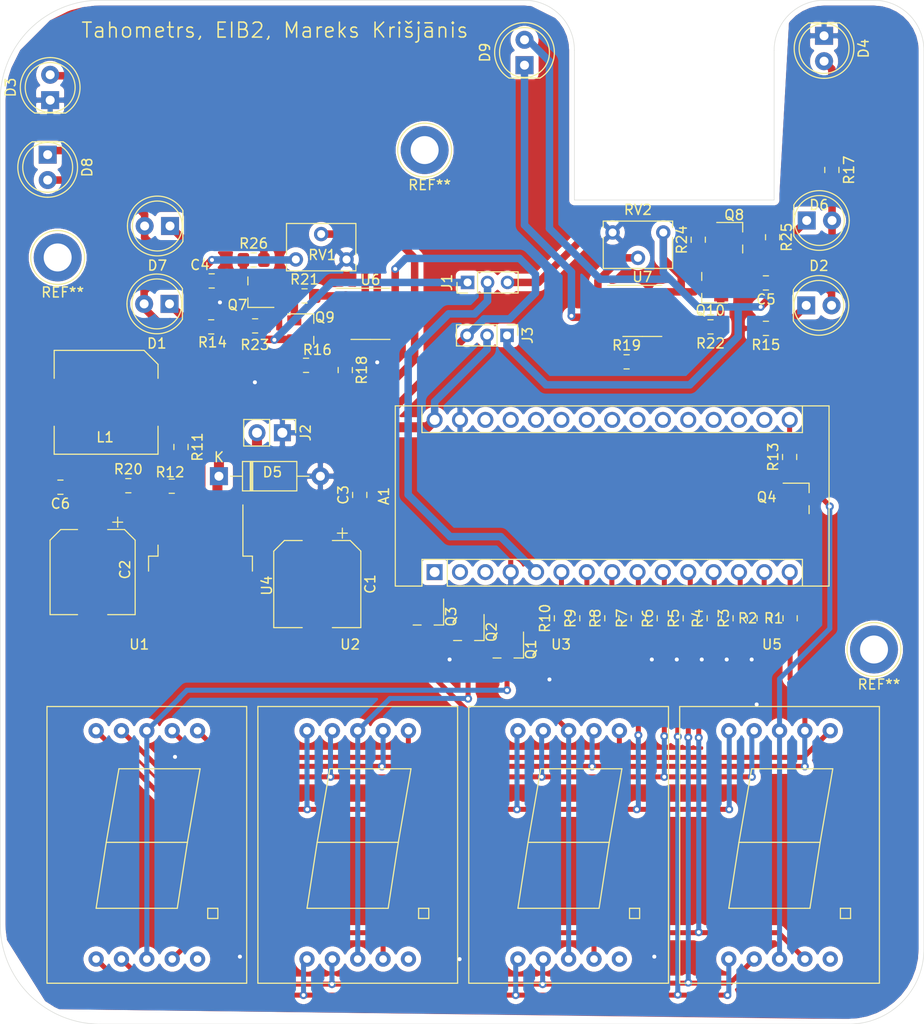
<source format=kicad_pcb>
(kicad_pcb (version 20171130) (host pcbnew "(5.1.6)-1")
  (title_block (title Tahometrs) (date 2021-01-26) (comment 1 "Tahometrs apgriezienu merisanai"))
  (layers (0 F.Cu signal) (31 B.Cu signal) (34 B.Paste user) (35 F.Paste user) (36 B.SilkS user) (37 F.SilkS user) (38 B.Mask user) (39 F.Mask user) (44 Edge.Cuts user))
  (net 0 "")
  (net 1 GNDREF)
  (net 2 A)
  (net 3 B)
  (net 4 C)
  (net 5 D)
  (net 6 E)
  (net 7 F)
  (net 8 G)
  (net 9 5V)
  (net 10 "Net-(C1-Pad1)")
  (net 11 "Net-(D1-Pad1)")
  (net 12 "Net-(D4-Pad2)")
  (net 13 "Net-(D5-Pad1)")
  (net 14 "Net-(Q1-Pad3)")
  (net 15 "Net-(Q1-Pad1)")
  (net 16 "Net-(Q2-Pad1)")
  (net 17 "Net-(Q2-Pad3)")
  (net 18 "Net-(Q3-Pad3)")
  (net 19 "Net-(Q3-Pad1)")
  (net 20 "Net-(Q4-Pad1)")
  (net 21 "Net-(Q4-Pad3)")
  (net 22 "Net-(R1-Pad1)")
  (net 23 "Net-(R2-Pad1)")
  (net 24 "Net-(R3-Pad1)")
  (net 25 "Net-(R4-Pad1)")
  (net 26 "Net-(R5-Pad1)")
  (net 27 "Net-(R6-Pad1)")
  (net 28 "Net-(R7-Pad1)")
  (net 29 "Net-(R11-Pad2)")
  (net 30 "Net-(RV2-Pad2)")
  (net 31 "Net-(U1-Pad5)")
  (net 32 "Net-(U2-Pad5)")
  (net 33 "Net-(U3-Pad5)")
  (net 34 "Net-(U5-Pad5)")
  (net 35 "Net-(R22-Pad2)")
  (net 36 "Net-(A1-Pad1)")
  (net 37 "Net-(A1-Pad17)")
  (net 38 "Net-(A1-Pad2)")
  (net 39 "Net-(A1-Pad18)")
  (net 40 "Net-(A1-Pad3)")
  (net 41 "Net-(A1-Pad19)")
  (net 42 "Net-(A1-Pad20)")
  (net 43 "Net-(A1-Pad5)")
  (net 44 "Net-(A1-Pad21)")
  (net 45 D3)
  (net 46 "Net-(A1-Pad22)")
  (net 47 D2)
  (net 48 "Net-(A1-Pad23)")
  (net 49 D1)
  (net 50 "Net-(A1-Pad24)")
  (net 51 "Net-(A1-Pad25)")
  (net 52 "Net-(A1-Pad26)")
  (net 53 "Net-(A1-Pad27)")
  (net 54 "Net-(A1-Pad28)")
  (net 55 D4)
  (net 56 =)
  (net 57 x)
  (net 58 "Net-(D2-Pad1)")
  (net 59 "Net-(D3-Pad2)")
  (net 60 "Net-(D6-Pad1)")
  (net 61 "Net-(D7-Pad1)")
  (net 62 D_out)
  (net 63 D_out2)
  (net 64 "Net-(Q7-Pad3)")
  (net 65 "Net-(Q7-Pad1)")
  (net 66 "Net-(Q8-Pad1)")
  (net 67 "Net-(Q8-Pad3)")
  (net 68 "Net-(Q9-Pad1)")
  (net 69 "Net-(Q10-Pad1)")
  (net 70 "Net-(R12-Pad1)")
  (net 71 "Net-(R21-Pad2)")
  (net 72 "Net-(RV1-Pad2)")
  (net 73 "Net-(D8-Pad1)")
  (net 74 "Net-(D9-Pad1)")
  (module TestPoint:TestPoint_Loop_D3.80mm_Drill2.8mm (layer F.Cu) (at 130.75 55.75)
    (fp_text reference REF** (at 0.5 3.5) (layer F.SilkS))
    (fp_text value TestPoint_Loop_D3.80mm_Drill2.8mm)
    (pad 1 thru_hole circle (at 0 0) (size 4.8 4.8) (drill 2.8) (layers *.Cu *.Mask))
  )
  (module TestPoint:TestPoint_Loop_D3.80mm_Drill2.8mm (layer F.Cu) (at 167.5 45)
    (fp_text reference REF** (at 0.5 3.5) (layer F.SilkS))
    (fp_text value TestPoint_Loop_D3.80mm_Drill2.8mm)
    (pad 1 thru_hole circle (at 0 0) (size 4.8 4.8) (drill 2.8) (layers *.Cu *.Mask))
  )
  (module TestPoint:TestPoint_Loop_D3.80mm_Drill2.8mm (layer F.Cu) (at 212.5 95)
    (fp_text reference REF** (at 0.5 3.5) (layer F.SilkS))
    (fp_text value TestPoint_Loop_D3.80mm_Drill2.8mm)
    (pad 1 thru_hole circle (at 0 0) (size 4.8 4.8) (drill 2.8) (layers *.Cu *.Mask))
  )
  (module Capacitor_SMD:C_0805_2012Metric_Pad1.15x1.40mm_HandSolder (layer F.Cu) (at 201.675 58.3 180)
    (fp_text reference C5 (at 0 -1.65) (layer F.SilkS))
    (fp_text value "100 nF")
    (pad 1 smd roundrect (at -1.025 0 180) (size 1.15 1.4) (layers F.Cu F.Paste F.Mask) (roundrect_rratio 0.217391) (net 57 x))
    (pad 2 smd roundrect (at 1.025 0 180) (size 1.15 1.4) (layers F.Cu F.Paste F.Mask) (roundrect_rratio 0.217391) (net 1 GNDREF))
  )
  (module Resistor_SMD:R_0805_2012Metric_Pad1.15x1.40mm_HandSolder (layer F.Cu) (at 204.1 91.875 90)
    (fp_text reference R1 (at 0 -1.65 180) (layer F.SilkS))
    (fp_text value 220)
    (pad 2 smd roundrect (at 1.025 0 90) (size 1.15 1.4) (layers F.Cu F.Paste F.Mask) (roundrect_rratio 0.217391) (net 2 A))
    (pad 1 smd roundrect (at -1.025 0 90) (size 1.15 1.4) (layers F.Cu F.Paste F.Mask) (roundrect_rratio 0.217391) (net 22 "Net-(R1-Pad1)"))
  )
  (module Resistor_SMD:R_0805_2012Metric_Pad1.15x1.40mm_HandSolder (layer F.Cu) (at 201.5 91.875 90)
    (fp_text reference R2 (at 0 -1.65) (layer F.SilkS))
    (fp_text value 220)
    (pad 1 smd roundrect (at -1.025 0 90) (size 1.15 1.4) (layers F.Cu F.Paste F.Mask) (roundrect_rratio 0.217391) (net 23 "Net-(R2-Pad1)"))
    (pad 2 smd roundrect (at 1.025 0 90) (size 1.15 1.4) (layers F.Cu F.Paste F.Mask) (roundrect_rratio 0.217391) (net 3 B))
  )
  (module Resistor_SMD:R_0805_2012Metric_Pad1.15x1.40mm_HandSolder (layer F.Cu) (at 199.1 91.875 90)
    (fp_text reference R3 (at 0 -1.65 90) (layer F.SilkS))
    (fp_text value 220)
    (pad 2 smd roundrect (at 1.025 0 90) (size 1.15 1.4) (layers F.Cu F.Paste F.Mask) (roundrect_rratio 0.217391) (net 4 C))
    (pad 1 smd roundrect (at -1.025 0 90) (size 1.15 1.4) (layers F.Cu F.Paste F.Mask) (roundrect_rratio 0.217391) (net 24 "Net-(R3-Pad1)"))
  )
  (module Resistor_SMD:R_0805_2012Metric_Pad1.15x1.40mm_HandSolder (layer F.Cu) (at 196.5 91.875 90)
    (fp_text reference R4 (at 0 -1.65 90) (layer F.SilkS))
    (fp_text value 220)
    (pad 1 smd roundrect (at -1.025 0 90) (size 1.15 1.4) (layers F.Cu F.Paste F.Mask) (roundrect_rratio 0.217391) (net 25 "Net-(R4-Pad1)"))
    (pad 2 smd roundrect (at 1.025 0 90) (size 1.15 1.4) (layers F.Cu F.Paste F.Mask) (roundrect_rratio 0.217391) (net 5 D))
  )
  (module Resistor_SMD:R_0805_2012Metric_Pad1.15x1.40mm_HandSolder (layer F.Cu) (at 194.1 91.875 90)
    (fp_text reference R5 (at 0 -1.65 90) (layer F.SilkS))
    (fp_text value 220)
    (pad 1 smd roundrect (at -1.025 0 90) (size 1.15 1.4) (layers F.Cu F.Paste F.Mask) (roundrect_rratio 0.217391) (net 26 "Net-(R5-Pad1)"))
    (pad 2 smd roundrect (at 1.025 0 90) (size 1.15 1.4) (layers F.Cu F.Paste F.Mask) (roundrect_rratio 0.217391) (net 6 E))
  )
  (module Resistor_SMD:R_0805_2012Metric_Pad1.15x1.40mm_HandSolder (layer F.Cu) (at 191.5 91.875 90)
    (fp_text reference R6 (at 0 -1.65 90) (layer F.SilkS))
    (fp_text value 220)
    (pad 2 smd roundrect (at 1.025 0 90) (size 1.15 1.4) (layers F.Cu F.Paste F.Mask) (roundrect_rratio 0.217391) (net 7 F))
    (pad 1 smd roundrect (at -1.025 0 90) (size 1.15 1.4) (layers F.Cu F.Paste F.Mask) (roundrect_rratio 0.217391) (net 27 "Net-(R6-Pad1)"))
  )
  (module Resistor_SMD:R_0805_2012Metric_Pad1.15x1.40mm_HandSolder (layer F.Cu) (at 188.9 91.875 90)
    (fp_text reference R7 (at 0 -1.65 90) (layer F.SilkS))
    (fp_text value 220)
    (pad 1 smd roundrect (at -1.025 0 90) (size 1.15 1.4) (layers F.Cu F.Paste F.Mask) (roundrect_rratio 0.217391) (net 28 "Net-(R7-Pad1)"))
    (pad 2 smd roundrect (at 1.025 0 90) (size 1.15 1.4) (layers F.Cu F.Paste F.Mask) (roundrect_rratio 0.217391) (net 8 G))
  )
  (module Resistor_SMD:R_0805_2012Metric_Pad1.15x1.40mm_HandSolder (layer F.Cu) (at 208.28 46.99 90)
    (fp_text reference R17 (at -0.01 1.72 90) (layer F.SilkS))
    (fp_text value 220)
    (pad 1 smd roundrect (at -1.025 0 90) (size 1.15 1.4) (layers F.Cu F.Paste F.Mask) (roundrect_rratio 0.217391) (net 57 x))
    (pad 2 smd roundrect (at 1.025 0 90) (size 1.15 1.4) (layers F.Cu F.Paste F.Mask) (roundrect_rratio 0.217391) (net 12 "Net-(D4-Pad2)"))
  )
  (module Resistor_SMD:R_0805_2012Metric_Pad1.15x1.40mm_HandSolder (layer F.Cu) (at 187.725 66.2)
    (fp_text reference R19 (at 0 -1.65) (layer F.SilkS))
    (fp_text value 27K)
    (pad 2 smd roundrect (at 1.025 0) (size 1.15 1.4) (layers F.Cu F.Paste F.Mask) (roundrect_rratio 0.217391) (net 1 GNDREF))
    (pad 1 smd roundrect (at -1.025 0) (size 1.15 1.4) (layers F.Cu F.Paste F.Mask) (roundrect_rratio 0.217391) (net 74 "Net-(D9-Pad1)"))
  )
  (module Package_TO_SOT_SMD:TO-263-5_TabPin3 (layer F.Cu) (at 145.05 88.6 270)
    (fp_text reference U4 (at 0 -6.65 90) (layer F.SilkS))
    (fp_text value LM2596S-ADJ)
    (pad 1 smd rect (at -5.775 -3.4 270) (size 4.6 1.1) (layers F.Cu F.Paste F.Mask) (net 10 "Net-(C1-Pad1)"))
    (pad 2 smd rect (at -5.775 -1.7 270) (size 4.6 1.1) (layers F.Cu F.Paste F.Mask) (net 13 "Net-(D5-Pad1)"))
    (pad 3 smd rect (at -5.775 0 270) (size 4.6 1.1) (layers F.Cu F.Paste F.Mask) (net 1 GNDREF))
    (pad 4 smd rect (at -5.775 1.7 270) (size 4.6 1.1) (layers F.Cu F.Paste F.Mask) (net 29 "Net-(R11-Pad2)"))
    (pad 5 smd rect (at -5.775 3.4 270) (size 4.6 1.1) (layers F.Cu F.Paste F.Mask) (net 1 GNDREF))
    (pad 3 smd rect (at 3.375 0 270) (size 9.4 10.8) (layers F.Cu F.Mask) (net 1 GNDREF))
  )
  (module Package_SO:SOIC-8_3.9x4.9mm_P1.27mm (layer F.Cu) (at 189.3 61.1)
    (fp_text reference U7 (at 0 -3.4) (layer F.SilkS))
    (fp_text value LM393)
    (pad 1 smd roundrect (at -2.475 -1.905) (size 1.95 0.6) (layers F.Cu F.Paste F.Mask) (net 35 "Net-(R22-Pad2)"))
    (pad 2 smd roundrect (at -2.475 -0.635) (size 1.95 0.6) (layers F.Cu F.Paste F.Mask) (net 30 "Net-(RV2-Pad2)"))
    (pad 3 smd roundrect (at -2.475 0.635) (size 1.95 0.6) (layers F.Cu F.Paste F.Mask) (net 74 "Net-(D9-Pad1)"))
    (pad 4 smd roundrect (at -2.475 1.905) (size 1.95 0.6) (layers F.Cu F.Paste F.Mask) (net 1 GNDREF))
    (pad 5 smd roundrect (at 2.475 1.905) (size 1.95 0.6) (layers F.Cu F.Paste F.Mask))
    (pad 6 smd roundrect (at 2.475 0.635) (size 1.95 0.6) (layers F.Cu F.Paste F.Mask))
    (pad 7 smd roundrect (at 2.475 -0.635) (size 1.95 0.6) (layers F.Cu F.Paste F.Mask))
    (pad 8 smd roundrect (at 2.475 -1.905) (size 1.95 0.6) (layers F.Cu F.Paste F.Mask) (net 57 x))
  )
  (module Module:Arduino_Nano (layer F.Cu) (at 168.5 87.25 90)
    (fp_text reference A1 (at 7.62 -5.08 90) (layer F.SilkS))
    (fp_text value Arduino_Nano_v3.x)
    (pad 1 thru_hole rect (at 0 0 90) (size 1.6 1.6) (drill 1) (layers *.Cu *.Mask) (net 36 "Net-(A1-Pad1)"))
    (pad 17 thru_hole oval (at 15.24 33.02 90) (size 1.6 1.6) (drill 1) (layers *.Cu *.Mask) (net 37 "Net-(A1-Pad17)"))
    (pad 2 thru_hole oval (at 0 2.54 90) (size 1.6 1.6) (drill 1) (layers *.Cu *.Mask) (net 38 "Net-(A1-Pad2)"))
    (pad 18 thru_hole oval (at 15.24 30.48 90) (size 1.6 1.6) (drill 1) (layers *.Cu *.Mask) (net 39 "Net-(A1-Pad18)"))
    (pad 3 thru_hole oval (at 0 5.08 90) (size 1.6 1.6) (drill 1) (layers *.Cu *.Mask) (net 40 "Net-(A1-Pad3)"))
    (pad 19 thru_hole oval (at 15.24 27.94 90) (size 1.6 1.6) (drill 1) (layers *.Cu *.Mask) (net 41 "Net-(A1-Pad19)"))
    (pad 4 thru_hole oval (at 0 7.62 90) (size 1.6 1.6) (drill 1) (layers *.Cu *.Mask) (net 1 GNDREF))
    (pad 20 thru_hole oval (at 15.24 25.4 90) (size 1.6 1.6) (drill 1) (layers *.Cu *.Mask) (net 42 "Net-(A1-Pad20)"))
    (pad 5 thru_hole oval (at 0 10.16 90) (size 1.6 1.6) (drill 1) (layers *.Cu *.Mask) (net 43 "Net-(A1-Pad5)"))
    (pad 21 thru_hole oval (at 15.24 22.86 90) (size 1.6 1.6) (drill 1) (layers *.Cu *.Mask) (net 44 "Net-(A1-Pad21)"))
    (pad 6 thru_hole oval (at 0 12.7 90) (size 1.6 1.6) (drill 1) (layers *.Cu *.Mask) (net 45 D3))
    (pad 22 thru_hole oval (at 15.24 20.32 90) (size 1.6 1.6) (drill 1) (layers *.Cu *.Mask) (net 46 "Net-(A1-Pad22)"))
    (pad 7 thru_hole oval (at 0 15.24 90) (size 1.6 1.6) (drill 1) (layers *.Cu *.Mask) (net 47 D2))
    (pad 23 thru_hole oval (at 15.24 17.78 90) (size 1.6 1.6) (drill 1) (layers *.Cu *.Mask) (net 48 "Net-(A1-Pad23)"))
    (pad 8 thru_hole oval (at 0 17.78 90) (size 1.6 1.6) (drill 1) (layers *.Cu *.Mask) (net 49 D1))
    (pad 24 thru_hole oval (at 15.24 15.24 90) (size 1.6 1.6) (drill 1) (layers *.Cu *.Mask) (net 50 "Net-(A1-Pad24)"))
    (pad 9 thru_hole oval (at 0 20.32 90) (size 1.6 1.6) (drill 1) (layers *.Cu *.Mask) (net 8 G))
    (pad 25 thru_hole oval (at 15.24 12.7 90) (size 1.6 1.6) (drill 1) (layers *.Cu *.Mask) (net 51 "Net-(A1-Pad25)"))
    (pad 10 thru_hole oval (at 0 22.86 90) (size 1.6 1.6) (drill 1) (layers *.Cu *.Mask) (net 7 F))
    (pad 26 thru_hole oval (at 15.24 10.16 90) (size 1.6 1.6) (drill 1) (layers *.Cu *.Mask) (net 52 "Net-(A1-Pad26)"))
    (pad 11 thru_hole oval (at 0 25.4 90) (size 1.6 1.6) (drill 1) (layers *.Cu *.Mask) (net 6 E))
    (pad 27 thru_hole oval (at 15.24 7.62 90) (size 1.6 1.6) (drill 1) (layers *.Cu *.Mask) (net 53 "Net-(A1-Pad27)"))
    (pad 12 thru_hole oval (at 0 27.94 90) (size 1.6 1.6) (drill 1) (layers *.Cu *.Mask) (net 5 D))
    (pad 28 thru_hole oval (at 15.24 5.08 90) (size 1.6 1.6) (drill 1) (layers *.Cu *.Mask) (net 54 "Net-(A1-Pad28)"))
    (pad 13 thru_hole oval (at 0 30.48 90) (size 1.6 1.6) (drill 1) (layers *.Cu *.Mask) (net 4 C))
    (pad 29 thru_hole oval (at 15.24 2.54 90) (size 1.6 1.6) (drill 1) (layers *.Cu *.Mask) (net 1 GNDREF))
    (pad 14 thru_hole oval (at 0 33.02 90) (size 1.6 1.6) (drill 1) (layers *.Cu *.Mask) (net 3 B))
    (pad 30 thru_hole oval (at 15.24 0 90) (size 1.6 1.6) (drill 1) (layers *.Cu *.Mask) (net 9 5V))
    (pad 15 thru_hole oval (at 0 35.56 90) (size 1.6 1.6) (drill 1) (layers *.Cu *.Mask) (net 2 A))
    (pad 16 thru_hole oval (at 15.24 35.56 90) (size 1.6 1.6) (drill 1) (layers *.Cu *.Mask) (net 55 D4))
  )
  (module Capacitor_SMD:CP_Elec_8x10.5 (layer F.Cu) (at 156.75 88.45 270)
    (fp_text reference C1 (at 0 -5.3 90) (layer F.SilkS))
    (fp_text value 220u)
    (pad 1 smd roundrect (at -3.7 0 270) (size 4.4 2.5) (layers F.Cu F.Paste F.Mask) (roundrect_rratio 0.1) (net 10 "Net-(C1-Pad1)"))
    (pad 2 smd roundrect (at 3.7 0 270) (size 4.4 2.5) (layers F.Cu F.Paste F.Mask) (roundrect_rratio 0.1) (net 1 GNDREF))
  )
  (module Capacitor_SMD:CP_Elec_8x6.2 (layer F.Cu) (at 134.25 87.25 270)
    (fp_text reference C2 (at -0.25 -3.25 90) (layer F.SilkS))
    (fp_text value 220uF)
    (pad 1 smd roundrect (at -3.05 0 270) (size 4 2.5) (layers F.Cu F.Paste F.Mask) (roundrect_rratio 0.1) (net 9 5V))
    (pad 2 smd roundrect (at 3.05 0 270) (size 4 2.5) (layers F.Cu F.Paste F.Mask) (roundrect_rratio 0.1) (net 1 GNDREF))
  )
  (module Capacitor_SMD:C_0805_2012Metric_Pad1.15x1.40mm_HandSolder (layer F.Cu) (at 146.175 58.1)
    (fp_text reference C4 (at -1.175 -1.6) (layer F.SilkS))
    (fp_text value "100 nF")
    (pad 1 smd roundrect (at -1.025 0) (size 1.15 1.4) (layers F.Cu F.Paste F.Mask) (roundrect_rratio 0.217391) (net 56 =))
    (pad 2 smd roundrect (at 1.025 0) (size 1.15 1.4) (layers F.Cu F.Paste F.Mask) (roundrect_rratio 0.217391) (net 1 GNDREF))
  )
  (module LED_THT:LED_D5.0mm (layer F.Cu) (at 205.71 60.55)
    (fp_text reference D2 (at 1.27 -3.96) (layer F.SilkS))
    (fp_text value POWER)
    (pad 1 thru_hole rect (at 0 0) (size 1.8 1.8) (drill 0.9) (layers *.Cu *.Mask) (net 58 "Net-(D2-Pad1)"))
    (pad 2 thru_hole circle (at 2.54 0) (size 1.8 1.8) (drill 0.9) (layers *.Cu *.Mask) (net 57 x))
  )
  (module LED_THT:LED_D5.0mm (layer F.Cu) (at 130 40 90)
    (fp_text reference D3 (at 1.27 -3.96 90) (layer F.SilkS))
    (fp_text value IR2)
    (pad 2 thru_hole circle (at 2.54 0 90) (size 1.8 1.8) (drill 0.9) (layers *.Cu *.Mask) (net 59 "Net-(D3-Pad2)"))
    (pad 1 thru_hole rect (at 0 0 90) (size 1.8 1.8) (drill 0.9) (layers *.Cu *.Mask) (net 1 GNDREF))
  )
  (module LED_THT:LED_D5.0mm (layer F.Cu) (at 207.5 33.56 270)
    (fp_text reference D4 (at 1.27 -3.96 90) (layer F.SilkS))
    (fp_text value IR)
    (pad 2 thru_hole circle (at 2.54 0 270) (size 1.8 1.8) (drill 0.9) (layers *.Cu *.Mask) (net 12 "Net-(D4-Pad2)"))
    (pad 1 thru_hole rect (at 0 0 270) (size 1.8 1.8) (drill 0.9) (layers *.Cu *.Mask) (net 1 GNDREF))
  )
  (module Diode_THT:D_A-405_P10.16mm_Horizontal (layer F.Cu) (at 146.9 77.65)
    (fp_text reference D5 (at 5.35 -0.4) (layer F.SilkS))
    (fp_text value D)
    (fp_text user K (at 0 -1.9) (layer F.SilkS))
    (pad 1 thru_hole rect (at 0 0) (size 1.8 1.8) (drill 0.9) (layers *.Cu *.Mask) (net 13 "Net-(D5-Pad1)"))
    (pad 2 thru_hole oval (at 10.16 0) (size 1.8 1.8) (drill 0.9) (layers *.Cu *.Mask) (net 1 GNDREF))
  )
  (module Connector_PinHeader_2.00mm:PinHeader_1x03_P2.00mm_Vertical (layer F.Cu) (at 171.8 58.25 90)
    (fp_text reference J1 (at 0 -2.06 90) (layer F.SilkS))
    (fp_text value SWITCH)
    (pad 3 thru_hole oval (at 0 4 90) (size 1.35 1.35) (drill 0.8) (layers *.Cu *.Mask) (net 62 D_out))
    (pad 2 thru_hole oval (at 0 2 90) (size 1.35 1.35) (drill 0.8) (layers *.Cu *.Mask) (net 43 "Net-(A1-Pad5)"))
    (pad 1 thru_hole rect (at 0 0 90) (size 1.35 1.35) (drill 0.8) (layers *.Cu *.Mask) (net 63 D_out2))
  )
  (module Connector_PinHeader_2.00mm:PinHeader_1x03_P2.00mm_Vertical (layer F.Cu) (at 175.75 63.55 270)
    (fp_text reference J3 (at 0 -2.06 90) (layer F.SilkS))
    (fp_text value SWITCH)
    (pad 1 thru_hole rect (at 0 0 270) (size 1.35 1.35) (drill 0.8) (layers *.Cu *.Mask) (net 57 x))
    (pad 2 thru_hole oval (at 0 2 270) (size 1.35 1.35) (drill 0.8) (layers *.Cu *.Mask) (net 9 5V))
    (pad 3 thru_hole oval (at 0 4 270) (size 1.35 1.35) (drill 0.8) (layers *.Cu *.Mask) (net 56 =))
  )
  (module Package_TO_SOT_SMD:SuperSOT-3 (layer F.Cu) (at 150.65 59.15 180)
    (fp_text reference Q7 (at 1.9 -1.35) (layer F.SilkS))
    (fp_text value BC547)
    (pad 3 smd rect (at 1.1 0 180) (size 1.4 1) (layers F.Cu F.Paste F.Mask) (net 64 "Net-(Q7-Pad3)"))
    (pad 2 smd rect (at -1.1 0.95 180) (size 1.4 1) (layers F.Cu F.Paste F.Mask) (net 1 GNDREF))
    (pad 1 smd rect (at -1.1 -0.95 180) (size 1.4 1) (layers F.Cu F.Paste F.Mask) (net 65 "Net-(Q7-Pad1)"))
  )
  (module Package_TO_SOT_SMD:SuperSOT-3 (layer F.Cu) (at 198.5 53.85)
    (fp_text reference Q8 (at 0 -2.35) (layer F.SilkS))
    (fp_text value BC547)
    (pad 1 smd rect (at -1.1 -0.95) (size 1.4 1) (layers F.Cu F.Paste F.Mask) (net 66 "Net-(Q8-Pad1)"))
    (pad 2 smd rect (at -1.1 0.95) (size 1.4 1) (layers F.Cu F.Paste F.Mask) (net 1 GNDREF))
    (pad 3 smd rect (at 1.1 0) (size 1.4 1) (layers F.Cu F.Paste F.Mask) (net 67 "Net-(Q8-Pad3)"))
  )
  (module Package_TO_SOT_SMD:SuperSOT-3 (layer F.Cu) (at 155.55 63)
    (fp_text reference Q9 (at 1.95 -1.25) (layer F.SilkS))
    (fp_text value BC547)
    (pad 1 smd rect (at -1.1 -0.95) (size 1.4 1) (layers F.Cu F.Paste F.Mask) (net 68 "Net-(Q9-Pad1)"))
    (pad 2 smd rect (at -1.1 0.95) (size 1.4 1) (layers F.Cu F.Paste F.Mask) (net 63 D_out2))
    (pad 3 smd rect (at 1.1 0) (size 1.4 1) (layers F.Cu F.Paste F.Mask) (net 56 =))
  )
  (module Package_TO_SOT_SMD:SuperSOT-3 (layer F.Cu) (at 196.1 58.7 180)
    (fp_text reference Q10 (at 0 -2.35) (layer F.SilkS))
    (fp_text value BC547)
    (pad 3 smd rect (at 1.1 0 180) (size 1.4 1) (layers F.Cu F.Paste F.Mask) (net 57 x))
    (pad 2 smd rect (at -1.1 0.95 180) (size 1.4 1) (layers F.Cu F.Paste F.Mask) (net 62 D_out))
    (pad 1 smd rect (at -1.1 -0.95 180) (size 1.4 1) (layers F.Cu F.Paste F.Mask) (net 69 "Net-(Q10-Pad1)"))
  )
  (module Resistor_SMD:R_0805_2012Metric_Pad1.15x1.40mm_HandSolder (layer F.Cu) (at 186.25 91.875 90)
    (fp_text reference R8 (at 0 -1.65 90) (layer F.SilkS))
    (fp_text value 1K)
    (pad 2 smd roundrect (at 1.025 0 90) (size 1.15 1.4) (layers F.Cu F.Paste F.Mask) (roundrect_rratio 0.217391) (net 49 D1))
    (pad 1 smd roundrect (at -1.025 0 90) (size 1.15 1.4) (layers F.Cu F.Paste F.Mask) (roundrect_rratio 0.217391) (net 15 "Net-(Q1-Pad1)"))
  )
  (module Resistor_SMD:R_0805_2012Metric_Pad1.15x1.40mm_HandSolder (layer F.Cu) (at 183.75 91.875 90)
    (fp_text reference R9 (at 0 -1.65 90) (layer F.SilkS))
    (fp_text value 1K)
    (pad 1 smd roundrect (at -1.025 0 90) (size 1.15 1.4) (layers F.Cu F.Paste F.Mask) (roundrect_rratio 0.217391) (net 16 "Net-(Q2-Pad1)"))
    (pad 2 smd roundrect (at 1.025 0 90) (size 1.15 1.4) (layers F.Cu F.Paste F.Mask) (roundrect_rratio 0.217391) (net 47 D2))
  )
  (module Resistor_SMD:R_0805_2012Metric_Pad1.15x1.40mm_HandSolder (layer F.Cu) (at 181.2 91.875 90)
    (fp_text reference R10 (at 0 -1.65 90) (layer F.SilkS))
    (fp_text value 1K)
    (pad 2 smd roundrect (at 1.025 0 90) (size 1.15 1.4) (layers F.Cu F.Paste F.Mask) (roundrect_rratio 0.217391) (net 45 D3))
    (pad 1 smd roundrect (at -1.025 0 90) (size 1.15 1.4) (layers F.Cu F.Paste F.Mask) (roundrect_rratio 0.217391) (net 19 "Net-(Q3-Pad1)"))
  )
  (module Resistor_SMD:R_0805_2012Metric_Pad1.15x1.40mm_HandSolder (layer F.Cu) (at 143.1 74.725 270)
    (fp_text reference R11 (at 0 -1.65 90) (layer F.SilkS))
    (fp_text value 1K)
    (pad 1 smd roundrect (at -1.025 0 270) (size 1.15 1.4) (layers F.Cu F.Paste F.Mask) (roundrect_rratio 0.217391) (net 1 GNDREF))
    (pad 2 smd roundrect (at 1.025 0 270) (size 1.15 1.4) (layers F.Cu F.Paste F.Mask) (roundrect_rratio 0.217391) (net 29 "Net-(R11-Pad2)"))
  )
  (module Resistor_SMD:R_0805_2012Metric_Pad1.15x1.40mm_HandSolder (layer F.Cu) (at 142.175 78.65)
    (fp_text reference R12 (at -0.175 -1.4) (layer F.SilkS))
    (fp_text value 3K)
    (pad 2 smd roundrect (at 1.025 0) (size 1.15 1.4) (layers F.Cu F.Paste F.Mask) (roundrect_rratio 0.217391) (net 29 "Net-(R11-Pad2)"))
    (pad 1 smd roundrect (at -1.025 0) (size 1.15 1.4) (layers F.Cu F.Paste F.Mask) (roundrect_rratio 0.217391) (net 70 "Net-(R12-Pad1)"))
  )
  (module Resistor_SMD:R_0805_2012Metric_Pad1.15x1.40mm_HandSolder (layer F.Cu) (at 204.05 75.725 90)
    (fp_text reference R13 (at 0 -1.65 90) (layer F.SilkS))
    (fp_text value 1K)
    (pad 1 smd roundrect (at -1.025 0 90) (size 1.15 1.4) (layers F.Cu F.Paste F.Mask) (roundrect_rratio 0.217391) (net 20 "Net-(Q4-Pad1)"))
    (pad 2 smd roundrect (at 1.025 0 90) (size 1.15 1.4) (layers F.Cu F.Paste F.Mask) (roundrect_rratio 0.217391) (net 55 D4))
  )
  (module Resistor_SMD:R_0805_2012Metric_Pad1.15x1.40mm_HandSolder (layer F.Cu) (at 146.125 62.7)
    (fp_text reference R14 (at 0.125 1.55) (layer F.SilkS))
    (fp_text value 560)
    (pad 1 smd roundrect (at -1.025 0) (size 1.15 1.4) (layers F.Cu F.Paste F.Mask) (roundrect_rratio 0.217391) (net 11 "Net-(D1-Pad1)"))
    (pad 2 smd roundrect (at 1.025 0) (size 1.15 1.4) (layers F.Cu F.Paste F.Mask) (roundrect_rratio 0.217391) (net 1 GNDREF))
  )
  (module Resistor_SMD:R_0805_2012Metric_Pad1.15x1.40mm_HandSolder (layer F.Cu) (at 201.675 62.85 180)
    (fp_text reference R15 (at 0 -1.65) (layer F.SilkS))
    (fp_text value 560)
    (pad 2 smd roundrect (at 1.025 0 180) (size 1.15 1.4) (layers F.Cu F.Paste F.Mask) (roundrect_rratio 0.217391) (net 1 GNDREF))
    (pad 1 smd roundrect (at -1.025 0 180) (size 1.15 1.4) (layers F.Cu F.Paste F.Mask) (roundrect_rratio 0.217391) (net 58 "Net-(D2-Pad1)"))
  )
  (module Resistor_SMD:R_0805_2012Metric_Pad1.15x1.40mm_HandSolder (layer F.Cu) (at 155.625 66.55)
    (fp_text reference R16 (at 1.125 -1.55) (layer F.SilkS))
    (fp_text value 220)
    (pad 2 smd roundrect (at 1.025 0) (size 1.15 1.4) (layers F.Cu F.Paste F.Mask) (roundrect_rratio 0.217391) (net 59 "Net-(D3-Pad2)"))
    (pad 1 smd roundrect (at -1.025 0) (size 1.15 1.4) (layers F.Cu F.Paste F.Mask) (roundrect_rratio 0.217391) (net 56 =))
  )
  (module Resistor_SMD:R_0805_2012Metric_Pad1.15x1.40mm_HandSolder (layer F.Cu) (at 159.55 67.025 270)
    (fp_text reference R18 (at 0 -1.65 90) (layer F.SilkS))
    (fp_text value 27K)
    (pad 1 smd roundrect (at -1.025 0 270) (size 1.15 1.4) (layers F.Cu F.Paste F.Mask) (roundrect_rratio 0.217391) (net 73 "Net-(D8-Pad1)"))
    (pad 2 smd roundrect (at 1.025 0 270) (size 1.15 1.4) (layers F.Cu F.Paste F.Mask) (roundrect_rratio 0.217391) (net 1 GNDREF))
  )
  (module Resistor_SMD:R_0805_2012Metric_Pad1.15x1.40mm_HandSolder (layer F.Cu) (at 137.825 78.6)
    (fp_text reference R20 (at 0 -1.65) (layer F.SilkS))
    (fp_text value 56)
    (pad 1 smd roundrect (at -1.025 0) (size 1.15 1.4) (layers F.Cu F.Paste F.Mask) (roundrect_rratio 0.217391) (net 9 5V))
    (pad 2 smd roundrect (at 1.025 0) (size 1.15 1.4) (layers F.Cu F.Paste F.Mask) (roundrect_rratio 0.217391) (net 70 "Net-(R12-Pad1)"))
  )
  (module Resistor_SMD:R_0805_2012Metric_Pad1.15x1.40mm_HandSolder (layer F.Cu) (at 155.475 59.6)
    (fp_text reference R21 (at 0 -1.65) (layer F.SilkS))
    (fp_text value 1K)
    (pad 2 smd roundrect (at 1.025 0) (size 1.15 1.4) (layers F.Cu F.Paste F.Mask) (roundrect_rratio 0.217391) (net 71 "Net-(R21-Pad2)"))
    (pad 1 smd roundrect (at -1.025 0) (size 1.15 1.4) (layers F.Cu F.Paste F.Mask) (roundrect_rratio 0.217391) (net 68 "Net-(Q9-Pad1)"))
  )
  (module Resistor_SMD:R_0805_2012Metric_Pad1.15x1.40mm_HandSolder (layer F.Cu) (at 196.125 62.7 180)
    (fp_text reference R22 (at 0 -1.65) (layer F.SilkS))
    (fp_text value 1K)
    (pad 1 smd roundrect (at -1.025 0 180) (size 1.15 1.4) (layers F.Cu F.Paste F.Mask) (roundrect_rratio 0.217391) (net 69 "Net-(Q10-Pad1)"))
    (pad 2 smd roundrect (at 1.025 0 180) (size 1.15 1.4) (layers F.Cu F.Paste F.Mask) (roundrect_rratio 0.217391) (net 35 "Net-(R22-Pad2)"))
  )
  (module Resistor_SMD:R_0805_2012Metric_Pad1.15x1.40mm_HandSolder (layer F.Cu) (at 150.525 62.6)
    (fp_text reference R23 (at -0.025 1.9) (layer F.SilkS))
    (fp_text value 470)
    (pad 1 smd roundrect (at -1.025 0) (size 1.15 1.4) (layers F.Cu F.Paste F.Mask) (roundrect_rratio 0.217391) (net 63 D_out2))
    (pad 2 smd roundrect (at 1.025 0) (size 1.15 1.4) (layers F.Cu F.Paste F.Mask) (roundrect_rratio 0.217391) (net 65 "Net-(Q7-Pad1)"))
  )
  (module Resistor_SMD:R_0805_2012Metric_Pad1.15x1.40mm_HandSolder (layer F.Cu) (at 194.9 53.975 90)
    (fp_text reference R24 (at 0 -1.65 90) (layer F.SilkS))
    (fp_text value 470)
    (pad 2 smd roundrect (at 1.025 0 90) (size 1.15 1.4) (layers F.Cu F.Paste F.Mask) (roundrect_rratio 0.217391) (net 66 "Net-(Q8-Pad1)"))
    (pad 1 smd roundrect (at -1.025 0 90) (size 1.15 1.4) (layers F.Cu F.Paste F.Mask) (roundrect_rratio 0.217391) (net 62 D_out))
  )
  (module Resistor_SMD:R_0805_2012Metric_Pad1.15x1.40mm_HandSolder (layer F.Cu) (at 202.35 53.725 270)
    (fp_text reference R25 (at 0 -1.4 90) (layer F.SilkS))
    (fp_text value 560)
    (pad 1 smd roundrect (at -1.025 0 270) (size 1.15 1.4) (layers F.Cu F.Paste F.Mask) (roundrect_rratio 0.217391) (net 67 "Net-(Q8-Pad3)"))
    (pad 2 smd roundrect (at 1.025 0 270) (size 1.15 1.4) (layers F.Cu F.Paste F.Mask) (roundrect_rratio 0.217391) (net 60 "Net-(D6-Pad1)"))
  )
  (module Resistor_SMD:R_0805_2012Metric_Pad1.15x1.40mm_HandSolder (layer F.Cu) (at 150.375 56)
    (fp_text reference R26 (at 0 -1.65) (layer F.SilkS))
    (fp_text value 560)
    (pad 2 smd roundrect (at 1.025 0) (size 1.15 1.4) (layers F.Cu F.Paste F.Mask) (roundrect_rratio 0.217391) (net 61 "Net-(D7-Pad1)"))
    (pad 1 smd roundrect (at -1.025 0) (size 1.15 1.4) (layers F.Cu F.Paste F.Mask) (roundrect_rratio 0.217391) (net 64 "Net-(Q7-Pad3)"))
  )
  (module Potentiometer_THT:Potentiometer_Bourns_3266W_Vertical (layer F.Cu) (at 154.6 55.95 180)
    (fp_text reference RV1 (at -2.65 0.45) (layer F.SilkS))
    (fp_text value 10K)
    (pad 1 thru_hole circle (at 0 0 180) (size 1.44 1.44) (drill 0.8) (layers *.Cu *.Mask) (net 56 =))
    (pad 2 thru_hole circle (at -2.54 2.54 180) (size 1.44 1.44) (drill 0.8) (layers *.Cu *.Mask) (net 72 "Net-(RV1-Pad2)"))
    (pad 3 thru_hole circle (at -5.08 0 180) (size 1.44 1.44) (drill 0.8) (layers *.Cu *.Mask) (net 1 GNDREF))
  )
  (module Potentiometer_THT:Potentiometer_Bourns_3266W_Vertical (layer F.Cu) (at 191.4 53.25)
    (fp_text reference RV2 (at -2.54 -2.27) (layer F.SilkS))
    (fp_text value 10K)
    (pad 3 thru_hole circle (at -5.08 0) (size 1.44 1.44) (drill 0.8) (layers *.Cu *.Mask) (net 1 GNDREF))
    (pad 2 thru_hole circle (at -2.54 2.54) (size 1.44 1.44) (drill 0.8) (layers *.Cu *.Mask) (net 30 "Net-(RV2-Pad2)"))
    (pad 1 thru_hole circle (at 0 0) (size 1.44 1.44) (drill 0.8) (layers *.Cu *.Mask) (net 57 x))
  )
  (module Package_SO:SOIC-8_3.9x4.9mm_P1.27mm (layer F.Cu) (at 162.075 61.395)
    (fp_text reference U6 (at 0 -3.4) (layer F.SilkS))
    (fp_text value LM393)
    (pad 1 smd roundrect (at -2.475 -1.905) (size 1.95 0.6) (layers F.Cu F.Paste F.Mask) (net 71 "Net-(R21-Pad2)"))
    (pad 2 smd roundrect (at -2.475 -0.635) (size 1.95 0.6) (layers F.Cu F.Paste F.Mask) (net 72 "Net-(RV1-Pad2)"))
    (pad 3 smd roundrect (at -2.475 0.635) (size 1.95 0.6) (layers F.Cu F.Paste F.Mask) (net 73 "Net-(D8-Pad1)"))
    (pad 4 smd roundrect (at -2.475 1.905) (size 1.95 0.6) (layers F.Cu F.Paste F.Mask) (net 1 GNDREF))
    (pad 5 smd roundrect (at 2.475 1.905) (size 1.95 0.6) (layers F.Cu F.Paste F.Mask))
    (pad 6 smd roundrect (at 2.475 0.635) (size 1.95 0.6) (layers F.Cu F.Paste F.Mask))
    (pad 7 smd roundrect (at 2.475 -0.635) (size 1.95 0.6) (layers F.Cu F.Paste F.Mask))
    (pad 8 smd roundrect (at 2.475 -1.905) (size 1.95 0.6) (layers F.Cu F.Paste F.Mask) (net 56 =))
  )
  (module Package_TO_SOT_SMD:SuperSOT-3 (layer F.Cu) (at 175.8 95 270)
    (fp_text reference Q1 (at 0 -2.35 90) (layer F.SilkS))
    (fp_text value BC547)
    (pad 1 smd rect (at -1.1 -0.95 270) (size 1.4 1) (layers F.Cu F.Paste F.Mask) (net 15 "Net-(Q1-Pad1)"))
    (pad 2 smd rect (at -1.1 0.95 270) (size 1.4 1) (layers F.Cu F.Paste F.Mask) (net 1 GNDREF))
    (pad 3 smd rect (at 1.1 0 270) (size 1.4 1) (layers F.Cu F.Paste F.Mask) (net 14 "Net-(Q1-Pad3)"))
  )
  (module Package_TO_SOT_SMD:SuperSOT-3 (layer F.Cu) (at 171.85 93.25 270)
    (fp_text reference Q2 (at 0 -2.35 90) (layer F.SilkS))
    (fp_text value BC547)
    (pad 3 smd rect (at 1.1 0 270) (size 1.4 1) (layers F.Cu F.Paste F.Mask) (net 17 "Net-(Q2-Pad3)"))
    (pad 2 smd rect (at -1.1 0.95 270) (size 1.4 1) (layers F.Cu F.Paste F.Mask) (net 1 GNDREF))
    (pad 1 smd rect (at -1.1 -0.95 270) (size 1.4 1) (layers F.Cu F.Paste F.Mask) (net 16 "Net-(Q2-Pad1)"))
  )
  (module Package_TO_SOT_SMD:SuperSOT-3 (layer F.Cu) (at 167.8 91.7 270)
    (fp_text reference Q3 (at 0 -2.35 90) (layer F.SilkS))
    (fp_text value BC547)
    (pad 1 smd rect (at -1.1 -0.95 270) (size 1.4 1) (layers F.Cu F.Paste F.Mask) (net 19 "Net-(Q3-Pad1)"))
    (pad 2 smd rect (at -1.1 0.95 270) (size 1.4 1) (layers F.Cu F.Paste F.Mask) (net 1 GNDREF))
    (pad 3 smd rect (at 1.1 0 270) (size 1.4 1) (layers F.Cu F.Paste F.Mask) (net 18 "Net-(Q3-Pad3)"))
  )
  (module Package_TO_SOT_SMD:SuperSOT-3 (layer F.Cu) (at 205.15 79.95)
    (fp_text reference Q4 (at -3.4 -0.2) (layer F.SilkS))
    (fp_text value BC547)
    (pad 3 smd rect (at 1.1 0) (size 1.4 1) (layers F.Cu F.Paste F.Mask) (net 21 "Net-(Q4-Pad3)"))
    (pad 2 smd rect (at -1.1 0.95) (size 1.4 1) (layers F.Cu F.Paste F.Mask) (net 1 GNDREF))
    (pad 1 smd rect (at -1.1 -0.95) (size 1.4 1) (layers F.Cu F.Paste F.Mask) (net 20 "Net-(Q4-Pad1)"))
  )
  (module Apzimejumi:SM420806N (layer F.Cu) (at 139.680001 114.560001)
    (fp_text reference U1 (at -0.762 -20.066) (layer F.SilkS))
    (fp_text value SM420561N)
    (pad 1 thru_hole circle (at -5.08 11.43) (size 1.524 1.524) (drill 0.762) (layers *.Cu *.Mask) (net 26 "Net-(R5-Pad1)"))
    (pad 2 thru_hole circle (at -2.54 11.43) (size 1.524 1.524) (drill 0.762) (layers *.Cu *.Mask) (net 25 "Net-(R4-Pad1)"))
    (pad 3 thru_hole circle (at 0 11.43) (size 1.524 1.524) (drill 0.762) (layers *.Cu *.Mask) (net 14 "Net-(Q1-Pad3)"))
    (pad 4 thru_hole circle (at 2.54 11.43) (size 1.524 1.524) (drill 0.762) (layers *.Cu *.Mask) (net 24 "Net-(R3-Pad1)"))
    (pad 5 thru_hole circle (at 5.08 11.43) (size 1.524 1.524) (drill 0.762) (layers *.Cu *.Mask) (net 31 "Net-(U1-Pad5)"))
    (pad 6 thru_hole circle (at 5.08 -11.43) (size 1.524 1.524) (drill 0.762) (layers *.Cu *.Mask) (net 23 "Net-(R2-Pad1)"))
    (pad 7 thru_hole circle (at 2.54 -11.43) (size 1.524 1.524) (drill 0.762) (layers *.Cu *.Mask) (net 22 "Net-(R1-Pad1)"))
    (pad 8 thru_hole circle (at 0 -11.43) (size 1.524 1.524) (drill 0.762) (layers *.Cu *.Mask) (net 14 "Net-(Q1-Pad3)"))
    (pad 9 thru_hole circle (at -2.54 -11.43) (size 1.524 1.524) (drill 0.762) (layers *.Cu *.Mask) (net 27 "Net-(R6-Pad1)"))
    (pad 10 thru_hole circle (at -5.08 -11.43) (size 1.524 1.524) (drill 0.762) (layers *.Cu *.Mask) (net 28 "Net-(R7-Pad1)"))
  )
  (module Apzimejumi:SM420806N (layer F.Cu) (at 160.800001 114.560001)
    (fp_text reference U2 (at -0.762 -20.066) (layer F.SilkS))
    (fp_text value SM420561N)
    (pad 10 thru_hole circle (at -5.08 -11.43) (size 1.524 1.524) (drill 0.762) (layers *.Cu *.Mask) (net 28 "Net-(R7-Pad1)"))
    (pad 9 thru_hole circle (at -2.54 -11.43) (size 1.524 1.524) (drill 0.762) (layers *.Cu *.Mask) (net 27 "Net-(R6-Pad1)"))
    (pad 8 thru_hole circle (at 0 -11.43) (size 1.524 1.524) (drill 0.762) (layers *.Cu *.Mask) (net 17 "Net-(Q2-Pad3)"))
    (pad 7 thru_hole circle (at 2.54 -11.43) (size 1.524 1.524) (drill 0.762) (layers *.Cu *.Mask) (net 22 "Net-(R1-Pad1)"))
    (pad 6 thru_hole circle (at 5.08 -11.43) (size 1.524 1.524) (drill 0.762) (layers *.Cu *.Mask) (net 23 "Net-(R2-Pad1)"))
    (pad 5 thru_hole circle (at 5.08 11.43) (size 1.524 1.524) (drill 0.762) (layers *.Cu *.Mask) (net 32 "Net-(U2-Pad5)"))
    (pad 4 thru_hole circle (at 2.54 11.43) (size 1.524 1.524) (drill 0.762) (layers *.Cu *.Mask) (net 24 "Net-(R3-Pad1)"))
    (pad 3 thru_hole circle (at 0 11.43) (size 1.524 1.524) (drill 0.762) (layers *.Cu *.Mask) (net 17 "Net-(Q2-Pad3)"))
    (pad 2 thru_hole circle (at -2.54 11.43) (size 1.524 1.524) (drill 0.762) (layers *.Cu *.Mask) (net 25 "Net-(R4-Pad1)"))
    (pad 1 thru_hole circle (at -5.08 11.43) (size 1.524 1.524) (drill 0.762) (layers *.Cu *.Mask) (net 26 "Net-(R5-Pad1)"))
  )
  (module Apzimejumi:SM420806N (layer F.Cu) (at 181.920001 114.560001)
    (fp_text reference U3 (at -0.762 -20.066) (layer F.SilkS))
    (fp_text value SM420561N)
    (pad 1 thru_hole circle (at -5.08 11.43) (size 1.524 1.524) (drill 0.762) (layers *.Cu *.Mask) (net 26 "Net-(R5-Pad1)"))
    (pad 2 thru_hole circle (at -2.54 11.43) (size 1.524 1.524) (drill 0.762) (layers *.Cu *.Mask) (net 25 "Net-(R4-Pad1)"))
    (pad 3 thru_hole circle (at 0 11.43) (size 1.524 1.524) (drill 0.762) (layers *.Cu *.Mask) (net 18 "Net-(Q3-Pad3)"))
    (pad 4 thru_hole circle (at 2.54 11.43) (size 1.524 1.524) (drill 0.762) (layers *.Cu *.Mask) (net 24 "Net-(R3-Pad1)"))
    (pad 5 thru_hole circle (at 5.08 11.43) (size 1.524 1.524) (drill 0.762) (layers *.Cu *.Mask) (net 33 "Net-(U3-Pad5)"))
    (pad 6 thru_hole circle (at 5.08 -11.43) (size 1.524 1.524) (drill 0.762) (layers *.Cu *.Mask) (net 23 "Net-(R2-Pad1)"))
    (pad 7 thru_hole circle (at 2.54 -11.43) (size 1.524 1.524) (drill 0.762) (layers *.Cu *.Mask) (net 22 "Net-(R1-Pad1)"))
    (pad 8 thru_hole circle (at 0 -11.43) (size 1.524 1.524) (drill 0.762) (layers *.Cu *.Mask) (net 18 "Net-(Q3-Pad3)"))
    (pad 9 thru_hole circle (at -2.54 -11.43) (size 1.524 1.524) (drill 0.762) (layers *.Cu *.Mask) (net 27 "Net-(R6-Pad1)"))
    (pad 10 thru_hole circle (at -5.08 -11.43) (size 1.524 1.524) (drill 0.762) (layers *.Cu *.Mask) (net 28 "Net-(R7-Pad1)"))
  )
  (module Apzimejumi:SM420806N (layer F.Cu) (at 203.040001 114.560001)
    (fp_text reference U5 (at -0.762 -20.066) (layer F.SilkS))
    (fp_text value SM420561N)
    (pad 10 thru_hole circle (at -5.08 -11.43) (size 1.524 1.524) (drill 0.762) (layers *.Cu *.Mask) (net 28 "Net-(R7-Pad1)"))
    (pad 9 thru_hole circle (at -2.54 -11.43) (size 1.524 1.524) (drill 0.762) (layers *.Cu *.Mask) (net 27 "Net-(R6-Pad1)"))
    (pad 8 thru_hole circle (at 0 -11.43) (size 1.524 1.524) (drill 0.762) (layers *.Cu *.Mask) (net 21 "Net-(Q4-Pad3)"))
    (pad 7 thru_hole circle (at 2.54 -11.43) (size 1.524 1.524) (drill 0.762) (layers *.Cu *.Mask) (net 22 "Net-(R1-Pad1)"))
    (pad 6 thru_hole circle (at 5.08 -11.43) (size 1.524 1.524) (drill 0.762) (layers *.Cu *.Mask) (net 23 "Net-(R2-Pad1)"))
    (pad 5 thru_hole circle (at 5.08 11.43) (size 1.524 1.524) (drill 0.762) (layers *.Cu *.Mask) (net 34 "Net-(U5-Pad5)"))
    (pad 4 thru_hole circle (at 2.54 11.43) (size 1.524 1.524) (drill 0.762) (layers *.Cu *.Mask) (net 24 "Net-(R3-Pad1)"))
    (pad 3 thru_hole circle (at 0 11.43) (size 1.524 1.524) (drill 0.762) (layers *.Cu *.Mask) (net 21 "Net-(Q4-Pad3)"))
    (pad 2 thru_hole circle (at -2.54 11.43) (size 1.524 1.524) (drill 0.762) (layers *.Cu *.Mask) (net 25 "Net-(R4-Pad1)"))
    (pad 1 thru_hole circle (at -5.08 11.43) (size 1.524 1.524) (drill 0.762) (layers *.Cu *.Mask) (net 26 "Net-(R5-Pad1)"))
  )
  (module Connector_PinHeader_2.54mm:PinHeader_1x02_P2.54mm_Vertical (layer F.Cu) (at 153.25 73.3 270)
    (fp_text reference J2 (at 0 -2.33 90) (layer F.SilkS))
    (fp_text value 4xAA)
    (pad 1 thru_hole rect (at 0 0 270) (size 1.7 1.7) (drill 1) (layers *.Cu *.Mask) (net 1 GNDREF))
    (pad 2 thru_hole oval (at 0 2.54 270) (size 1.7 1.7) (drill 1) (layers *.Cu *.Mask) (net 10 "Net-(C1-Pad1)"))
  )
  (module LED_THT:LED_D5.0mm (layer F.Cu) (at 141.95 60.4 180)
    (fp_text reference D1 (at 1.27 -3.96) (layer F.SilkS))
    (fp_text value POWER)
    (pad 1 thru_hole rect (at 0 0 180) (size 1.8 1.8) (drill 0.9) (layers *.Cu *.Mask) (net 11 "Net-(D1-Pad1)"))
    (pad 2 thru_hole circle (at 2.54 0 180) (size 1.8 1.8) (drill 0.9) (layers *.Cu *.Mask) (net 56 =))
  )
  (module LED_THT:LED_D5.0mm (layer F.Cu) (at 205.76 52.05)
    (fp_text reference D6 (at 1.24 -1.55) (layer F.SilkS))
    (fp_text value PULSE)
    (pad 2 thru_hole circle (at 2.54 0) (size 1.8 1.8) (drill 0.9) (layers *.Cu *.Mask) (net 57 x))
    (pad 1 thru_hole rect (at 0 0) (size 1.8 1.8) (drill 0.9) (layers *.Cu *.Mask) (net 60 "Net-(D6-Pad1)"))
  )
  (module LED_THT:LED_D5.0mm (layer F.Cu) (at 142 52.6 180)
    (fp_text reference D7 (at 1.27 -3.96) (layer F.SilkS))
    (fp_text value PULSE)
    (pad 1 thru_hole rect (at 0 0 180) (size 1.8 1.8) (drill 0.9) (layers *.Cu *.Mask) (net 61 "Net-(D7-Pad1)"))
    (pad 2 thru_hole circle (at 2.54 0 180) (size 1.8 1.8) (drill 0.9) (layers *.Cu *.Mask) (net 56 =))
  )
  (module LED_THT:LED_D5.0mm (layer F.Cu) (at 129.75 45.46 270)
    (fp_text reference D8 (at 1.27 -3.96 90) (layer F.SilkS))
    (fp_text value D_Photo)
    (pad 2 thru_hole circle (at 2.54 0 270) (size 1.8 1.8) (drill 0.9) (layers *.Cu *.Mask) (net 56 =))
    (pad 1 thru_hole rect (at 0 0 270) (size 1.8 1.8) (drill 0.9) (layers *.Cu *.Mask) (net 73 "Net-(D8-Pad1)"))
  )
  (module LED_THT:LED_D5.0mm (layer F.Cu) (at 177.5 36.5 90)
    (fp_text reference D9 (at 1.27 -3.96 90) (layer F.SilkS))
    (fp_text value D_Photo)
    (pad 1 thru_hole rect (at 0 0 90) (size 1.8 1.8) (drill 0.9) (layers *.Cu *.Mask) (net 74 "Net-(D9-Pad1)"))
    (pad 2 thru_hole circle (at 2.54 0 90) (size 1.8 1.8) (drill 0.9) (layers *.Cu *.Mask) (net 57 x))
  )
  (module Inductor_SMD:L_Wuerth_WE-PDF_Handsoldering (layer F.Cu) (at 135.6 70.25 180)
    (fp_text reference L1 (at 0.1 -3.5) (layer F.SilkS))
    (fp_text value 33uH)
    (pad 1 smd rect (at -5.1 0 180) (size 4.4 3.4) (layers F.Cu F.Paste F.Mask) (net 13 "Net-(D5-Pad1)"))
    (pad 2 smd rect (at 5.1 0 180) (size 4.4 3.4) (layers F.Cu F.Paste F.Mask) (net 9 5V))
  )
  (module Capacitor_SMD:C_0805_2012Metric_Pad1.15x1.40mm_HandSolder (layer F.Cu) (at 161 79.525 90)
    (fp_text reference C3 (at 0 -1.65 90) (layer F.SilkS))
    (fp_text value 100nF)
    (pad 2 smd roundrect (at 1.025 0 90) (size 1.15 1.4) (layers F.Cu F.Paste F.Mask) (roundrect_rratio 0.217391) (net 1 GNDREF))
    (pad 1 smd roundrect (at -1.025 0 90) (size 1.15 1.4) (layers F.Cu F.Paste F.Mask) (roundrect_rratio 0.217391) (net 10 "Net-(C1-Pad1)"))
  )
  (module Capacitor_SMD:C_0805_2012Metric_Pad1.15x1.40mm_HandSolder (layer F.Cu) (at 131.025 78.75 180)
    (fp_text reference C6 (at 0 -1.65) (layer F.SilkS))
    (fp_text value 100nF)
    (pad 1 smd roundrect (at -1.025 0 180) (size 1.15 1.4) (layers F.Cu F.Paste F.Mask) (roundrect_rratio 0.217391) (net 9 5V))
    (pad 2 smd roundrect (at 1.025 0 180) (size 1.15 1.4) (layers F.Cu F.Paste F.Mask) (roundrect_rratio 0.217391) (net 1 GNDREF))
  )
  (gr_text "Tahometrs, EIB2, Mareks Krišjānis" (at 152.5 33) (layer F.SilkS) (effects (font (size 1.5 1.5))))
  (gr_line (start 125 122.5) (end 125 40) (layer Edge.Cuts) (width 0.05))
  (gr_line (start 177.5 30) (end 135 30) (layer Edge.Cuts) (width 0.05))
  (gr_line (start 182.5 50) (end 182.5 35) (layer Edge.Cuts) (width 0.05))
  (gr_line (start 202.5 50) (end 182.5 50) (layer Edge.Cuts) (width 0.05))
  (gr_line (start 202.5 35) (end 202.5 50) (layer Edge.Cuts) (width 0.05))
  (gr_arc (start 135 40) (end 135 30) (angle -90) (layer Edge.Cuts) (width 0.05))
  (gr_arc (start 177.5 35) (end 182.5 35) (angle -90) (layer Edge.Cuts) (width 0.05))
  (gr_line (start 207.5 30) (end 212.5 30) (layer Edge.Cuts) (width 0.05))
  (gr_line (start 217.5 125) (end 217.5 35) (layer Edge.Cuts) (width 0.05))
  (gr_arc (start 207.5 35) (end 207.5 30) (angle -90) (layer Edge.Cuts) (width 0.05))
  (gr_arc (start 212.5 35) (end 217.5 35) (angle -90) (layer Edge.Cuts) (width 0.05))
  (gr_line (start 135 132.5) (end 210 132.5) (layer Edge.Cuts) (width 0.05))
  (gr_arc (start 135 122.5) (end 125 122.5) (angle -90) (layer Edge.Cuts) (width 0.05))
  (gr_arc (start 210 125) (end 210 132.5) (angle -90) (layer Edge.Cuts) (width 0.05))
  (segment (start 145.05 82.825) (end 145.05 91.975) (width 1) (layer F.Cu) (net 1))
  (segment (start 141.65 88.575) (end 145.05 91.975) (width 1) (layer F.Cu) (net 1))
  (segment (start 141.65 82.825) (end 141.65 88.575) (width 1) (layer F.Cu) (net 1))
  (segment (start 143.8 73.7) (end 145.05 74.95) (width 1) (layer F.Cu) (net 1))
  (segment (start 145.05 74.95) (end 145.05 82.825) (width 1) (layer F.Cu) (net 1))
  (segment (start 143.1 73.7) (end 143.8 73.7) (width 1) (layer F.Cu) (net 1))
  (via (at 180 98) (size 0.8) (drill 0.4) (layers F.Cu B.Cu) (net 1))
  (via (at 170 96) (size 0.8) (drill 0.4) (layers F.Cu B.Cu) (net 1))
  (via (at 149 125.75) (size 0.8) (drill 0.4) (layers F.Cu B.Cu) (net 1))
  (via (at 171 126) (size 0.8) (drill 0.4) (layers F.Cu B.Cu) (net 1))
  (via (at 190.5 125.75) (size 0.8) (drill 0.4) (layers F.Cu B.Cu) (net 1))
  (via (at 142.5 105.75) (size 0.8) (drill 0.4) (layers F.Cu B.Cu) (net 1))
  (via (at 200.75 100.5) (size 0.8) (drill 0.4) (layers F.Cu B.Cu) (net 1))
  (via (at 192.75 96) (size 0.8) (drill 0.4) (layers F.Cu B.Cu) (net 1))
  (via (at 195.25 96) (size 0.8) (drill 0.4) (layers F.Cu B.Cu) (net 1))
  (via (at 197.75 96) (size 0.8) (drill 0.4) (layers F.Cu B.Cu) (net 1))
  (via (at 200.25 96) (size 0.8) (drill 0.4) (layers F.Cu B.Cu) (net 1))
  (via (at 190.25 96) (size 0.8) (drill 0.4) (layers F.Cu B.Cu) (net 1))
  (via (at 150.5 68.25) (size 0.8) (drill 0.4) (layers F.Cu B.Cu) (net 1))
  (via (at 162.75 66.25) (size 0.8) (drill 0.4) (layers F.Cu B.Cu) (net 1))
  (via (at 147 60.25) (size 0.8) (drill 0.4) (layers F.Cu B.Cu) (net 1))
  (segment (start 204.1 87.29) (end 204.06 87.25) (width 0.5) (layer F.Cu) (net 2))
  (segment (start 204.1 90.85) (end 204.1 87.29) (width 0.5) (layer F.Cu) (net 2))
  (segment (start 201.5 87.27) (end 201.52 87.25) (width 0.5) (layer F.Cu) (net 3))
  (segment (start 201.5 90.85) (end 201.5 87.27) (width 0.5) (layer F.Cu) (net 3))
  (segment (start 199.1 87.37) (end 198.98 87.25) (width 0.5) (layer F.Cu) (net 4))
  (segment (start 199.1 90.85) (end 199.1 87.37) (width 0.5) (layer F.Cu) (net 4))
  (segment (start 196.5 87.31) (end 196.44 87.25) (width 0.5) (layer F.Cu) (net 5))
  (segment (start 196.5 90.85) (end 196.5 87.31) (width 0.5) (layer F.Cu) (net 5))
  (segment (start 194.1 87.45) (end 193.9 87.25) (width 0.5) (layer F.Cu) (net 6))
  (segment (start 194.1 90.85) (end 194.1 87.45) (width 0.5) (layer F.Cu) (net 6))
  (segment (start 191.5 87.39) (end 191.36 87.25) (width 0.5) (layer F.Cu) (net 7))
  (segment (start 191.5 90.85) (end 191.5 87.39) (width 0.5) (layer F.Cu) (net 7))
  (segment (start 188.9 87.33) (end 188.82 87.25) (width 0.5) (layer F.Cu) (net 8))
  (segment (start 188.9 90.85) (end 188.9 87.33) (width 0.5) (layer F.Cu) (net 8))
  (segment (start 136.8 81.65) (end 134.25 84.2) (width 1) (layer F.Cu) (net 9))
  (segment (start 136.8 78.6) (end 136.8 81.65) (width 1) (layer F.Cu) (net 9))
  (segment (start 173.75 63.55) (end 173.75 64.95) (width 0.75) (layer B.Cu) (net 9))
  (segment (start 168.5 70.2) (end 168.5 72.01) (width 0.75) (layer B.Cu) (net 9))
  (segment (start 173.75 64.95) (end 168.5 70.2) (width 0.75) (layer B.Cu) (net 9))
  (segment (start 136.8 76.55) (end 130.5 70.25) (width 1) (layer F.Cu) (net 9))
  (segment (start 136.8 78.6) (end 136.8 76.55) (width 1) (layer F.Cu) (net 9))
  (segment (start 130.5 70.25) (end 130.5 67.25) (width 1) (layer F.Cu) (net 9))
  (segment (start 130.5 67.25) (end 132.25 65.5) (width 1) (layer F.Cu) (net 9))
  (segment (start 132.25 65.5) (end 141.75 65.5) (width 1) (layer F.Cu) (net 9))
  (segment (start 141.75 65.5) (end 146.5 70.25) (width 1) (layer F.Cu) (net 9))
  (segment (start 146.5 70.25) (end 154.75 70.25) (width 1) (layer F.Cu) (net 9))
  (segment (start 154.75 70.25) (end 157.25 72.75) (width 1) (layer F.Cu) (net 9))
  (segment (start 167.76 72.75) (end 168.5 72.01) (width 1) (layer F.Cu) (net 9))
  (segment (start 157.25 72.75) (end 167.76 72.75) (width 1) (layer F.Cu) (net 9))
  (segment (start 136.65 78.75) (end 136.8 78.6) (width 1) (layer F.Cu) (net 9))
  (segment (start 132.05 78.75) (end 136.65 78.75) (width 1) (layer F.Cu) (net 9))
  (segment (start 154.825 82.825) (end 156.75 84.75) (width 1) (layer F.Cu) (net 10))
  (segment (start 148.45 82.825) (end 150.525 82.825) (width 1) (layer F.Cu) (net 10))
  (segment (start 150.71 82.64) (end 150.525 82.825) (width 1) (layer F.Cu) (net 10))
  (segment (start 150.71 73.3) (end 150.71 82.64) (width 1) (layer F.Cu) (net 10))
  (segment (start 150.525 82.825) (end 154.825 82.825) (width 1) (layer F.Cu) (net 10))
  (segment (start 156.75 84.75) (end 158.75 84.75) (width 1) (layer F.Cu) (net 10))
  (segment (start 161 82.5) (end 161 80.55) (width 1) (layer F.Cu) (net 10))
  (segment (start 158.75 84.75) (end 161 82.5) (width 1) (layer F.Cu) (net 10))
  (segment (start 144.25 62.7) (end 141.95 60.4) (width 0.75) (layer F.Cu) (net 11))
  (segment (start 145.1 62.7) (end 144.25 62.7) (width 0.75) (layer F.Cu) (net 11))
  (segment (start 208.28 36.88) (end 207.5 36.1) (width 0.75) (layer F.Cu) (net 12))
  (segment (start 208.28 45.965) (end 208.28 36.88) (width 0.75) (layer F.Cu) (net 12))
  (segment (start 146.75 77.8) (end 146.9 77.65) (width 1) (layer F.Cu) (net 13))
  (segment (start 146.75 82.825) (end 146.75 77.8) (width 1) (layer F.Cu) (net 13))
  (segment (start 140.7 70.25) (end 143 70.25) (width 1) (layer F.Cu) (net 13))
  (segment (start 146.9 74.15) (end 146.9 77.65) (width 1) (layer F.Cu) (net 13))
  (segment (start 143 70.25) (end 146.9 74.15) (width 1) (layer F.Cu) (net 13))
  (segment (start 139.680001 103.130001) (end 139.680001 125.990001) (width 0.5) (layer B.Cu) (net 14))
  (segment (start 139.680001 103.130001) (end 142.960002 99.85) (width 0.5) (layer B.Cu) (net 14))
  (segment (start 142.960002 99.85) (end 142.960002 99.814998) (width 0.5) (layer B.Cu) (net 14))
  (segment (start 143.700001 99.074999) (end 175.749999 99.074999) (width 0.5) (layer B.Cu) (net 14))
  (segment (start 142.960002 99.814998) (end 143.700001 99.074999) (width 0.5) (layer B.Cu) (net 14))
  (segment (start 175.749999 99.074999) (end 175.749999 99.074999) (width 0.5) (layer B.Cu) (net 14))
  (via (at 175.749999 99.074999) (size 0.8) (drill 0.4) (layers F.Cu B.Cu) (net 14))
  (segment (start 175.749999 96.150001) (end 175.8 96.1) (width 0.5) (layer F.Cu) (net 14))
  (segment (start 175.749999 99.074999) (end 175.749999 96.150001) (width 0.5) (layer F.Cu) (net 14))
  (segment (start 176.75 93.9) (end 177.55 93.9) (width 0.5) (layer F.Cu) (net 15))
  (segment (start 177.55 93.9) (end 178.7 95.05) (width 0.5) (layer F.Cu) (net 15))
  (segment (start 184.1 95.05) (end 186.25 92.9) (width 0.5) (layer F.Cu) (net 15))
  (segment (start 178.7 95.05) (end 184.1 95.05) (width 0.5) (layer F.Cu) (net 15))
  (segment (start 172.8 92.15) (end 177.85 92.15) (width 0.5) (layer F.Cu) (net 16))
  (segment (start 177.85 92.15) (end 179.95 94.25) (width 0.5) (layer F.Cu) (net 16))
  (segment (start 182.4 94.25) (end 183.75 92.9) (width 0.5) (layer F.Cu) (net 16))
  (segment (start 179.95 94.25) (end 182.4 94.25) (width 0.5) (layer F.Cu) (net 16))
  (segment (start 160.800001 103.130001) (end 160.800001 125.990001) (width 0.5) (layer B.Cu) (net 17))
  (segment (start 171.85 94.35) (end 171.85 98.075) (width 0.5) (layer F.Cu) (net 17))
  (segment (start 171.85 98.075) (end 171.85 98.075) (width 0.5) (layer F.Cu) (net 17))
  (segment (start 160.800001 103.130001) (end 164.030002 99.9) (width 0.5) (layer B.Cu) (net 17))
  (segment (start 164.030002 99.9) (end 171.775 99.9) (width 0.5) (layer B.Cu) (net 17))
  (segment (start 171.85 98.075) (end 171.85 99.925) (width 0.5) (layer F.Cu) (net 17))
  (segment (start 171.85 99.925) (end 171.85 99.925) (width 0.5) (layer F.Cu) (net 17))
  (via (at 171.85 99.925) (size 0.8) (drill 0.4) (layers F.Cu B.Cu) (net 17))
  (segment (start 181.920001 125.990001) (end 181.920001 103.130001) (width 0.5) (layer B.Cu) (net 18))
  (segment (start 167.8 95.75) (end 167.8 95.75) (width 0.5) (layer F.Cu) (net 18))
  (segment (start 180.165 101.375) (end 181.920001 103.130001) (width 0.5) (layer F.Cu) (net 18))
  (segment (start 172.025 101.375) (end 180.165 101.375) (width 0.5) (layer F.Cu) (net 18))
  (segment (start 167.8 92.8) (end 167.8 97.15) (width 0.5) (layer F.Cu) (net 18))
  (segment (start 167.8 97.15) (end 172.025 101.375) (width 0.5) (layer F.Cu) (net 18))
  (segment (start 180.45 92.9) (end 181.2 92.9) (width 0.5) (layer F.Cu) (net 19))
  (segment (start 168.75 90.6) (end 178.15 90.6) (width 0.5) (layer F.Cu) (net 19))
  (segment (start 178.15 90.6) (end 180.45 92.9) (width 0.5) (layer F.Cu) (net 19))
  (segment (start 204.05 79) (end 204.05 76.75) (width 0.5) (layer F.Cu) (net 20))
  (segment (start 203.040001 125.990001) (end 203.040001 103.130001) (width 0.5) (layer B.Cu) (net 21))
  (segment (start 206.25 79.95) (end 207.4 79.95) (width 0.5) (layer F.Cu) (net 21))
  (segment (start 207.4 79.95) (end 208.120001 80.670001) (width 0.5) (layer F.Cu) (net 21))
  (segment (start 203.040001 103.130001) (end 203.040001 97.934999) (width 0.5) (layer B.Cu) (net 21))
  (segment (start 203.040001 97.934999) (end 208.075 92.9) (width 0.5) (layer B.Cu) (net 21))
  (segment (start 208.075 92.9) (end 208.075 80.675) (width 0.5) (layer B.Cu) (net 21))
  (segment (start 208.075 80.675) (end 208.075 80.675) (width 0.5) (layer B.Cu) (net 21))
  (via (at 208.075 80.675) (size 0.8) (drill 0.4) (layers F.Cu B.Cu) (net 21))
  (segment (start 142.220001 103.130001) (end 145.79 106.7) (width 0.5) (layer F.Cu) (net 22))
  (segment (start 145.79 106.7) (end 163.22 106.7) (width 0.5) (layer F.Cu) (net 22))
  (segment (start 205.57 106.7) (end 205.57 106.7) (width 0.5) (layer F.Cu) (net 22))
  (via (at 205.57 106.7) (size 0.8) (drill 0.4) (layers F.Cu B.Cu) (net 22))
  (segment (start 205.57 103.140002) (end 205.580001 103.130001) (width 0.5) (layer B.Cu) (net 22))
  (segment (start 205.57 106.7) (end 205.57 103.140002) (width 0.5) (layer B.Cu) (net 22))
  (segment (start 184.27 106.7) (end 205.57 106.7) (width 0.5) (layer F.Cu) (net 22))
  (via (at 184.27 106.7) (size 0.8) (drill 0.4) (layers F.Cu B.Cu) (net 22))
  (segment (start 184.27 103.320002) (end 184.460001 103.130001) (width 0.5) (layer B.Cu) (net 22))
  (segment (start 184.27 106.7) (end 184.27 103.320002) (width 0.5) (layer B.Cu) (net 22))
  (segment (start 163.22 106.7) (end 184.27 106.7) (width 0.5) (layer F.Cu) (net 22))
  (via (at 163.22 106.7) (size 0.8) (drill 0.4) (layers F.Cu B.Cu) (net 22))
  (segment (start 163.340001 106.579999) (end 163.22 106.7) (width 0.5) (layer B.Cu) (net 22))
  (segment (start 163.340001 103.130001) (end 163.340001 106.579999) (width 0.5) (layer B.Cu) (net 22))
  (segment (start 204.1 92.9) (end 204.1 97.95) (width 0.5) (layer F.Cu) (net 22))
  (segment (start 205.580001 99.430001) (end 205.580001 103.130001) (width 0.5) (layer F.Cu) (net 22))
  (segment (start 204.1 97.95) (end 205.580001 99.430001) (width 0.5) (layer F.Cu) (net 22))
  (segment (start 144.760001 103.130001) (end 147.43 105.8) (width 0.5) (layer F.Cu) (net 23))
  (segment (start 147.43 105.8) (end 165.87 105.8) (width 0.5) (layer F.Cu) (net 23))
  (segment (start 165.87 105.8) (end 165.87 105.8) (width 0.5) (layer F.Cu) (net 23))
  (segment (start 205.450002 105.8) (end 208.120001 103.130001) (width 0.5) (layer F.Cu) (net 23))
  (segment (start 187.000001 103.130001) (end 187.000001 105.769999) (width 0.5) (layer F.Cu) (net 23))
  (segment (start 187.000001 105.769999) (end 186.97 105.8) (width 0.5) (layer F.Cu) (net 23))
  (segment (start 165.87 105.8) (end 186.97 105.8) (width 0.5) (layer F.Cu) (net 23))
  (segment (start 165.87 103.140002) (end 165.880001 103.130001) (width 0.5) (layer F.Cu) (net 23))
  (segment (start 165.87 105.8) (end 165.87 103.140002) (width 0.5) (layer F.Cu) (net 23))
  (segment (start 201.5 92.9) (end 201.5 96.8) (width 0.5) (layer F.Cu) (net 23))
  (segment (start 196.15 102.15) (end 196.15 105.8) (width 0.5) (layer F.Cu) (net 23))
  (segment (start 201.5 96.8) (end 196.15 102.15) (width 0.5) (layer F.Cu) (net 23))
  (segment (start 186.97 105.8) (end 196.15 105.8) (width 0.5) (layer F.Cu) (net 23))
  (segment (start 196.15 105.8) (end 205.450002 105.8) (width 0.5) (layer F.Cu) (net 23))
  (segment (start 142.220001 125.990001) (end 144.860002 123.35) (width 0.5) (layer F.Cu) (net 24))
  (segment (start 144.860002 123.35) (end 163.42 123.35) (width 0.5) (layer F.Cu) (net 24))
  (segment (start 163.340001 123.429999) (end 163.42 123.35) (width 0.5) (layer F.Cu) (net 24))
  (segment (start 163.340001 125.990001) (end 163.340001 123.429999) (width 0.5) (layer F.Cu) (net 24))
  (segment (start 184.460001 123.509999) (end 184.62 123.35) (width 0.5) (layer F.Cu) (net 24))
  (segment (start 184.460001 125.990001) (end 184.460001 123.509999) (width 0.5) (layer F.Cu) (net 24))
  (segment (start 163.42 123.35) (end 184.62 123.35) (width 0.5) (layer F.Cu) (net 24))
  (segment (start 202.94 123.35) (end 201.97 123.35) (width 0.5) (layer F.Cu) (net 24))
  (segment (start 205.580001 125.990001) (end 202.94 123.35) (width 0.5) (layer F.Cu) (net 24))
  (segment (start 184.62 123.35) (end 193.92 123.35) (width 0.5) (layer F.Cu) (net 24))
  (segment (start 193.92 123.35) (end 201.97 123.35) (width 0.5) (layer F.Cu) (net 24))
  (segment (start 199.1 92.9) (end 199.1 97.525) (width 0.5) (layer F.Cu) (net 24))
  (segment (start 199.1 97.525) (end 194.95 101.675) (width 0.5) (layer F.Cu) (net 24))
  (segment (start 194.95 101.675) (end 194.95 103.825) (width 0.5) (layer F.Cu) (net 24))
  (segment (start 194.95 103.825) (end 194.95 103.825) (width 0.5) (layer F.Cu) (net 24))
  (via (at 194.95 103.825) (size 0.8) (drill 0.4) (layers F.Cu B.Cu) (net 24))
  (segment (start 194.95 103.825) (end 194.95 123.3) (width 0.5) (layer B.Cu) (net 24))
  (segment (start 194.95 123.3) (end 194.95 123.3) (width 0.5) (layer B.Cu) (net 24))
  (via (at 194.95 123.3) (size 0.8) (drill 0.4) (layers F.Cu B.Cu) (net 24))
  (segment (start 137.140001 125.990001) (end 139.85 128.7) (width 0.5) (layer F.Cu) (net 25))
  (segment (start 143.82 128.7) (end 144.02 128.5) (width 0.5) (layer F.Cu) (net 25))
  (segment (start 139.85 128.7) (end 143.82 128.7) (width 0.5) (layer F.Cu) (net 25))
  (segment (start 144.02 128.5) (end 158.22 128.5) (width 0.5) (layer F.Cu) (net 25))
  (segment (start 158.22 128.5) (end 179.32 128.5) (width 0.5) (layer F.Cu) (net 25))
  (via (at 158.22 128.5) (size 0.8) (drill 0.4) (layers F.Cu B.Cu) (net 25))
  (via (at 179.32 128.5) (size 0.8) (drill 0.4) (layers F.Cu B.Cu) (net 25))
  (segment (start 179.32 126.050002) (end 179.380001 125.990001) (width 0.5) (layer B.Cu) (net 25))
  (segment (start 179.32 128.5) (end 179.32 126.050002) (width 0.5) (layer B.Cu) (net 25))
  (segment (start 158.22 126.030002) (end 158.260001 125.990001) (width 0.5) (layer B.Cu) (net 25))
  (segment (start 158.22 128.5) (end 158.22 126.030002) (width 0.5) (layer B.Cu) (net 25))
  (segment (start 200.500001 125.990001) (end 198.090002 128.4) (width 0.5) (layer F.Cu) (net 25))
  (segment (start 181.12 128.5) (end 179.32 128.5) (width 0.5) (layer F.Cu) (net 25))
  (segment (start 181.22 128.4) (end 181.12 128.5) (width 0.5) (layer F.Cu) (net 25))
  (segment (start 198.090002 128.4) (end 191.42 128.4) (width 0.5) (layer F.Cu) (net 25))
  (segment (start 191.42 128.4) (end 181.22 128.4) (width 0.5) (layer F.Cu) (net 25))
  (segment (start 196.5 92.9) (end 196.5 98.5) (width 0.5) (layer F.Cu) (net 25))
  (segment (start 196.5 98.5) (end 193.9 101.1) (width 0.5) (layer F.Cu) (net 25))
  (segment (start 193.9 101.1) (end 193.9 103.8) (width 0.5) (layer F.Cu) (net 25))
  (segment (start 193.9 103.8) (end 193.9 103.8) (width 0.5) (layer F.Cu) (net 25))
  (via (at 193.9 103.8) (size 0.8) (drill 0.4) (layers F.Cu B.Cu) (net 25))
  (segment (start 193.9 103.8) (end 193.9 128.35) (width 0.5) (layer B.Cu) (net 25))
  (segment (start 193.9 128.35) (end 193.9 128.35) (width 0.5) (layer B.Cu) (net 25))
  (via (at 193.9 128.35) (size 0.8) (drill 0.4) (layers F.Cu B.Cu) (net 25))
  (segment (start 134.600001 125.990001) (end 138.21 129.6) (width 0.5) (layer F.Cu) (net 26))
  (segment (start 138.21 129.6) (end 155.37 129.6) (width 0.5) (layer F.Cu) (net 26))
  (segment (start 155.37 129.6) (end 176.62 129.6) (width 0.5) (layer F.Cu) (net 26))
  (via (at 155.37 129.6) (size 0.8) (drill 0.4) (layers F.Cu B.Cu) (net 26))
  (segment (start 176.62 129.6) (end 197.82 129.6) (width 0.5) (layer F.Cu) (net 26))
  (via (at 176.62 129.6) (size 0.8) (drill 0.4) (layers F.Cu B.Cu) (net 26))
  (segment (start 197.82 129.6) (end 197.82 129.6) (width 0.5) (layer F.Cu) (net 26))
  (via (at 197.82 129.6) (size 0.8) (drill 0.4) (layers F.Cu B.Cu) (net 26))
  (segment (start 197.960001 129.459999) (end 197.82 129.6) (width 0.5) (layer B.Cu) (net 26))
  (segment (start 197.960001 125.990001) (end 197.960001 129.459999) (width 0.5) (layer B.Cu) (net 26))
  (segment (start 176.62 126.210002) (end 176.840001 125.990001) (width 0.5) (layer B.Cu) (net 26))
  (segment (start 176.62 129.6) (end 176.62 126.210002) (width 0.5) (layer B.Cu) (net 26))
  (segment (start 155.37 126.340002) (end 155.720001 125.990001) (width 0.5) (layer B.Cu) (net 26))
  (segment (start 155.37 129.6) (end 155.37 126.340002) (width 0.5) (layer B.Cu) (net 26))
  (segment (start 194.1 92.9) (end 194.1 99.275) (width 0.5) (layer F.Cu) (net 26))
  (segment (start 194.1 99.275) (end 192.85 100.525) (width 0.5) (layer F.Cu) (net 26))
  (segment (start 192.85 100.525) (end 192.85 103.725) (width 0.5) (layer F.Cu) (net 26))
  (segment (start 192.85 103.725) (end 192.85 103.725) (width 0.5) (layer F.Cu) (net 26))
  (via (at 192.85 103.725) (size 0.8) (drill 0.4) (layers F.Cu B.Cu) (net 26))
  (segment (start 192.85 103.725) (end 192.85 129.55) (width 0.5) (layer B.Cu) (net 26))
  (segment (start 192.85 129.55) (end 192.85 129.55) (width 0.5) (layer B.Cu) (net 26))
  (via (at 192.85 129.55) (size 0.8) (drill 0.4) (layers F.Cu B.Cu) (net 26))
  (segment (start 137.140001 103.130001) (end 141.76 107.75) (width 0.5) (layer F.Cu) (net 27))
  (segment (start 141.76 107.75) (end 158.07 107.75) (width 0.5) (layer F.Cu) (net 27))
  (segment (start 200.27 107.75) (end 200.27 107.75) (width 0.5) (layer F.Cu) (net 27))
  (via (at 200.27 107.75) (size 0.8) (drill 0.4) (layers F.Cu B.Cu) (net 27))
  (segment (start 179.22 107.75) (end 200.27 107.75) (width 0.5) (layer F.Cu) (net 27))
  (via (at 179.22 107.75) (size 0.8) (drill 0.4) (layers F.Cu B.Cu) (net 27))
  (segment (start 158.07 107.75) (end 179.22 107.75) (width 0.5) (layer F.Cu) (net 27))
  (via (at 158.07 107.75) (size 0.8) (drill 0.4) (layers F.Cu B.Cu) (net 27))
  (segment (start 158.07 103.320002) (end 158.260001 103.130001) (width 0.5) (layer B.Cu) (net 27))
  (segment (start 158.07 107.75) (end 158.07 103.320002) (width 0.5) (layer B.Cu) (net 27))
  (segment (start 179.22 103.290002) (end 179.380001 103.130001) (width 0.5) (layer B.Cu) (net 27))
  (segment (start 179.22 107.75) (end 179.22 103.290002) (width 0.5) (layer B.Cu) (net 27))
  (segment (start 200.27 103.360002) (end 200.500001 103.130001) (width 0.5) (layer B.Cu) (net 27))
  (segment (start 200.27 107.75) (end 200.27 103.360002) (width 0.5) (layer B.Cu) (net 27))
  (segment (start 191.5 92.9) (end 191.5 103.675) (width 0.5) (layer F.Cu) (net 27))
  (segment (start 191.5 103.675) (end 191.5 103.675) (width 0.5) (layer F.Cu) (net 27))
  (via (at 191.5 103.675) (size 0.8) (drill 0.4) (layers F.Cu B.Cu) (net 27))
  (segment (start 191.5 103.675) (end 191.5 107.75) (width 0.5) (layer B.Cu) (net 27))
  (segment (start 191.5 107.75) (end 191.5 107.775) (width 0.5) (layer B.Cu) (net 27))
  (via (at 191.5 107.75) (size 0.8) (drill 0.4) (layers F.Cu B.Cu) (net 27))
  (segment (start 188.9 92.9) (end 188.9 103.575) (width 0.5) (layer F.Cu) (net 28))
  (segment (start 188.9 103.575) (end 188.9 103.575) (width 0.5) (layer F.Cu) (net 28))
  (segment (start 134.600001 103.130001) (end 142.47 111) (width 0.5) (layer F.Cu) (net 28))
  (segment (start 142.47 111) (end 155.75 111) (width 0.5) (layer F.Cu) (net 28))
  (segment (start 198 111) (end 198 111) (width 0.5) (layer F.Cu) (net 28))
  (via (at 198 111) (size 0.8) (drill 0.4) (layers F.Cu B.Cu) (net 28))
  (segment (start 176.75 111) (end 188.75 111) (width 0.5) (layer F.Cu) (net 28))
  (via (at 176.75 111) (size 0.8) (drill 0.4) (layers F.Cu B.Cu) (net 28))
  (segment (start 155.75 111) (end 176.75 111) (width 0.5) (layer F.Cu) (net 28))
  (via (at 155.75 111) (size 0.8) (drill 0.4) (layers F.Cu B.Cu) (net 28))
  (segment (start 155.720001 110.970001) (end 155.75 111) (width 0.5) (layer B.Cu) (net 28))
  (segment (start 155.720001 103.130001) (end 155.720001 110.970001) (width 0.5) (layer B.Cu) (net 28))
  (segment (start 176.75 103.220002) (end 176.840001 103.130001) (width 0.5) (layer B.Cu) (net 28))
  (segment (start 176.75 111) (end 176.75 103.220002) (width 0.5) (layer B.Cu) (net 28))
  (segment (start 198 103.17) (end 197.960001 103.130001) (width 0.5) (layer B.Cu) (net 28))
  (segment (start 198 111) (end 198 103.17) (width 0.5) (layer B.Cu) (net 28))
  (segment (start 188.9 103.575) (end 188.9 103.575) (width 0.5) (layer F.Cu) (net 28))
  (via (at 188.9 103.575) (size 0.8) (drill 0.4) (layers F.Cu B.Cu) (net 28))
  (segment (start 189 111) (end 198 111) (width 0.5) (layer F.Cu) (net 28))
  (segment (start 188.75 111) (end 189 111) (width 0.5) (layer F.Cu) (net 28))
  (via (at 188.75 111) (size 0.8) (drill 0.4) (layers F.Cu B.Cu) (net 28))
  (segment (start 188.9 110.85) (end 188.75 111) (width 0.5) (layer B.Cu) (net 28))
  (segment (start 188.9 103.575) (end 188.9 110.85) (width 0.5) (layer B.Cu) (net 28))
  (segment (start 143.35 78.8) (end 143.2 78.65) (width 1) (layer F.Cu) (net 29))
  (segment (start 143.35 82.825) (end 143.35 78.8) (width 1) (layer F.Cu) (net 29))
  (segment (start 143.2 75.85) (end 143.1 75.75) (width 1) (layer F.Cu) (net 29))
  (segment (start 143.2 78.65) (end 143.2 75.85) (width 1) (layer F.Cu) (net 29))
  (segment (start 186.825 60.465) (end 185.515 60.465) (width 0.75) (layer F.Cu) (net 30))
  (segment (start 185.515 60.465) (end 184.85 59.8) (width 0.75) (layer F.Cu) (net 30))
  (segment (start 184.85 59.8) (end 184.85 58.1) (width 0.75) (layer F.Cu) (net 30))
  (segment (start 187.16 55.79) (end 188.86 55.79) (width 0.75) (layer F.Cu) (net 30))
  (segment (start 184.85 58.1) (end 187.16 55.79) (width 0.75) (layer F.Cu) (net 30))
  (segment (start 188.695 59.195) (end 186.825 59.195) (width 0.75) (layer F.Cu) (net 35))
  (segment (start 193.05 64.75) (end 190.55 64.75) (width 0.75) (layer F.Cu) (net 35))
  (segment (start 195.1 62.7) (end 193.05 64.75) (width 0.75) (layer F.Cu) (net 35))
  (segment (start 189.45 59.95) (end 188.695 59.195) (width 0.75) (layer F.Cu) (net 35))
  (segment (start 190.55 64.75) (end 189.45 63.65) (width 0.75) (layer F.Cu) (net 35))
  (segment (start 189.45 63.65) (end 189.45 59.95) (width 0.75) (layer F.Cu) (net 35))
  (segment (start 173.8 58.25) (end 173.8 60.1) (width 0.75) (layer B.Cu) (net 43))
  (segment (start 173.8 60.1) (end 172.5 61.4) (width 0.75) (layer B.Cu) (net 43))
  (segment (start 172.5 61.4) (end 169.9 61.4) (width 0.75) (layer B.Cu) (net 43))
  (segment (start 169.9 61.4) (end 165.85 65.45) (width 0.75) (layer B.Cu) (net 43))
  (segment (start 165.85 65.45) (end 165.85 79.5) (width 0.75) (layer B.Cu) (net 43))
  (segment (start 165.85 79.5) (end 170.05 83.7) (width 0.75) (layer B.Cu) (net 43))
  (segment (start 175.11 83.7) (end 178.66 87.25) (width 0.75) (layer B.Cu) (net 43))
  (segment (start 170.05 83.7) (end 175.11 83.7) (width 0.75) (layer B.Cu) (net 43))
  (segment (start 181.2 90.85) (end 181.2 87.25) (width 0.5) (layer F.Cu) (net 45))
  (segment (start 183.75 87.26) (end 183.74 87.25) (width 0.5) (layer F.Cu) (net 47))
  (segment (start 183.75 90.85) (end 183.75 87.26) (width 0.5) (layer F.Cu) (net 47))
  (segment (start 186.25 87.28) (end 186.28 87.25) (width 0.5) (layer F.Cu) (net 49))
  (segment (start 186.25 90.85) (end 186.25 87.28) (width 0.5) (layer F.Cu) (net 49))
  (segment (start 204.05 72.02) (end 204.06 72.01) (width 0.5) (layer F.Cu) (net 55))
  (segment (start 204.05 74.7) (end 204.05 72.02) (width 0.5) (layer F.Cu) (net 55))
  (segment (start 139.41 59.127208) (end 140.437208 58.1) (width 0.75) (layer F.Cu) (net 56))
  (segment (start 139.41 60.4) (end 139.41 59.127208) (width 0.75) (layer F.Cu) (net 56))
  (segment (start 139.46 52.6) (end 139.46 53.76) (width 0.75) (layer F.Cu) (net 56))
  (segment (start 139.46 53.76) (end 142.35 56.65) (width 0.75) (layer F.Cu) (net 56))
  (segment (start 142.35 56.65) (end 142.35 58.1) (width 0.75) (layer F.Cu) (net 56))
  (segment (start 140.437208 58.1) (end 142.35 58.1) (width 0.75) (layer F.Cu) (net 56))
  (segment (start 142.35 58.1) (end 145.15 58.1) (width 0.75) (layer F.Cu) (net 56))
  (segment (start 156.65 63) (end 156.65 64.1) (width 0.75) (layer F.Cu) (net 56))
  (segment (start 154.6 66.15) (end 154.6 66.55) (width 0.75) (layer F.Cu) (net 56))
  (segment (start 156.65 64.1) (end 154.6 66.15) (width 0.75) (layer F.Cu) (net 56))
  (segment (start 145.15 58.1) (end 145.15 57.05) (width 0.75) (layer F.Cu) (net 56))
  (segment (start 145.15 57.05) (end 146.2 56) (width 0.75) (layer F.Cu) (net 56))
  (segment (start 146.2 56) (end 146.2 56) (width 0.75) (layer F.Cu) (net 56))
  (via (at 146.2 56) (size 0.8) (drill 0.4) (layers F.Cu B.Cu) (net 56))
  (segment (start 154.55 56) (end 154.6 55.95) (width 0.75) (layer B.Cu) (net 56))
  (segment (start 146.2 56) (end 154.55 56) (width 0.75) (layer B.Cu) (net 56))
  (segment (start 139.41 60.4) (end 139.41 60.81) (width 0.75) (layer F.Cu) (net 56))
  (segment (start 145.15 66.55) (end 154.6 66.55) (width 0.75) (layer F.Cu) (net 56))
  (segment (start 139.41 60.81) (end 145.15 66.55) (width 0.75) (layer F.Cu) (net 56))
  (segment (start 164.55 59.49) (end 164.55 56.9) (width 0.75) (layer F.Cu) (net 56))
  (segment (start 164.55 56.9) (end 164.55 56.9) (width 0.75) (layer F.Cu) (net 56))
  (via (at 164.55 56.9) (size 0.8) (drill 0.4) (layers F.Cu B.Cu) (net 56))
  (segment (start 164.55 56.9) (end 165.6 55.85) (width 0.75) (layer B.Cu) (net 56))
  (segment (start 165.6 55.85) (end 177 55.85) (width 0.75) (layer B.Cu) (net 56))
  (segment (start 177 55.85) (end 178.6 57.45) (width 0.75) (layer B.Cu) (net 56))
  (segment (start 178.6 57.45) (end 178.6 59.3) (width 0.75) (layer B.Cu) (net 56))
  (segment (start 178.6 59.3) (end 176 61.9) (width 0.75) (layer B.Cu) (net 56))
  (segment (start 176 61.9) (end 173.45 61.9) (width 0.75) (layer B.Cu) (net 56))
  (segment (start 171.8 63.55) (end 171.75 63.55) (width 0.75) (layer B.Cu) (net 56))
  (segment (start 173.45 61.9) (end 171.8 63.55) (width 0.75) (layer B.Cu) (net 56))
  (segment (start 154.6 66.55) (end 154.6 68.05) (width 0.75) (layer F.Cu) (net 56))
  (segment (start 154.6 68.05) (end 157.6 71.05) (width 0.75) (layer F.Cu) (net 56))
  (segment (start 164.25 71.05) (end 171.75 63.55) (width 0.75) (layer F.Cu) (net 56))
  (segment (start 157.6 71.05) (end 164.25 71.05) (width 0.75) (layer F.Cu) (net 56))
  (segment (start 130 48) (end 136 48) (width 0.75) (layer F.Cu) (net 56))
  (segment (start 139.46 51.46) (end 139.46 52.6) (width 0.75) (layer F.Cu) (net 56))
  (segment (start 136 48) (end 139.46 51.46) (width 0.75) (layer F.Cu) (net 56))
  (segment (start 207.272792 58.3) (end 208.25 59.277208) (width 0.75) (layer F.Cu) (net 57))
  (segment (start 208.25 59.277208) (end 208.25 60.55) (width 0.75) (layer F.Cu) (net 57))
  (segment (start 194.505 59.195) (end 195 58.7) (width 0.75) (layer F.Cu) (net 57))
  (segment (start 208.3 52.05) (end 208.3 53.8) (width 0.75) (layer F.Cu) (net 57))
  (segment (start 205.45 56.65) (end 205.45 58.3) (width 0.75) (layer F.Cu) (net 57))
  (segment (start 202.7 58.3) (end 205.45 58.3) (width 0.75) (layer F.Cu) (net 57))
  (segment (start 208.3 53.8) (end 205.45 56.65) (width 0.75) (layer F.Cu) (net 57))
  (segment (start 205.45 58.3) (end 207.272792 58.3) (width 0.75) (layer F.Cu) (net 57))
  (segment (start 193.545 59.195) (end 194.505 59.195) (width 0.75) (layer F.Cu) (net 57))
  (segment (start 202.7 58.3) (end 202.7 59.15) (width 0.75) (layer F.Cu) (net 57))
  (segment (start 202.7 59.15) (end 201.15 60.7) (width 0.75) (layer F.Cu) (net 57))
  (segment (start 201.15 60.7) (end 201.15 60.7) (width 0.75) (layer F.Cu) (net 57))
  (via (at 201.15 60.7) (size 0.8) (drill 0.4) (layers F.Cu B.Cu) (net 57))
  (segment (start 191.4 57.25) (end 191.4 53.25) (width 0.75) (layer B.Cu) (net 57))
  (segment (start 191.4 53.25) (end 191.4 55.85) (width 0.75) (layer F.Cu) (net 57))
  (segment (start 193.195 57.645) (end 193.195 59.195) (width 0.75) (layer F.Cu) (net 57))
  (segment (start 191.775 59.195) (end 193.195 59.195) (width 0.75) (layer F.Cu) (net 57))
  (segment (start 191.4 55.85) (end 193.195 57.645) (width 0.75) (layer F.Cu) (net 57))
  (segment (start 193.195 59.195) (end 193.545 59.195) (width 0.75) (layer F.Cu) (net 57))
  (segment (start 175.75 63.55) (end 175.75 64.6) (width 0.75) (layer B.Cu) (net 57))
  (segment (start 175.75 64.6) (end 179.65 68.5) (width 0.75) (layer B.Cu) (net 57))
  (segment (start 179.65 68.5) (end 194.05 68.5) (width 0.75) (layer B.Cu) (net 57))
  (segment (start 194.05 68.5) (end 198.9 63.65) (width 0.75) (layer B.Cu) (net 57))
  (segment (start 201.15 60.7) (end 198.9 60.7) (width 0.75) (layer B.Cu) (net 57))
  (segment (start 198.9 63.65) (end 198.9 60.7) (width 0.75) (layer B.Cu) (net 57))
  (segment (start 198.9 60.7) (end 194.85 60.7) (width 0.75) (layer B.Cu) (net 57))
  (segment (start 208.3 48.035) (end 208.28 48.015) (width 0.75) (layer F.Cu) (net 57))
  (segment (start 208.3 52.05) (end 208.3 48.035) (width 0.75) (layer F.Cu) (net 57))
  (segment (start 192.075 57.925) (end 191.4 57.25) (width 0.75) (layer B.Cu) (net 57))
  (segment (start 192.075 57.925) (end 185.075 57.925) (width 0.75) (layer B.Cu) (net 57))
  (segment (start 194.85 60.7) (end 192.075 57.925) (width 0.75) (layer B.Cu) (net 57))
  (segment (start 185.075 57.925) (end 180 52.85) (width 0.75) (layer B.Cu) (net 57))
  (segment (start 180 36.11) (end 177.5 33.61) (width 0.75) (layer B.Cu) (net 57))
  (segment (start 180 52.85) (end 180 36.11) (width 0.75) (layer B.Cu) (net 57))
  (segment (start 203.41 62.85) (end 205.71 60.55) (width 0.75) (layer F.Cu) (net 58))
  (segment (start 202.7 62.85) (end 203.41 62.85) (width 0.75) (layer F.Cu) (net 58))
  (segment (start 148.26 37.56) (end 130.1 37.56) (width 0.75) (layer F.Cu) (net 59))
  (segment (start 166.5 55.8) (end 148.26 37.56) (width 0.75) (layer F.Cu) (net 59))
  (segment (start 130.1 37.56) (end 130 37.46) (width 0.75) (layer F.Cu) (net 59))
  (segment (start 156.65 68.25) (end 158 69.6) (width 0.75) (layer F.Cu) (net 59))
  (segment (start 158 69.6) (end 162.9 69.6) (width 0.75) (layer F.Cu) (net 59))
  (segment (start 162.9 69.6) (end 166.5 66) (width 0.75) (layer F.Cu) (net 59))
  (segment (start 166.5 66) (end 166.5 55.8) (width 0.75) (layer F.Cu) (net 59))
  (segment (start 156.65 66.55) (end 156.65 68.25) (width 0.75) (layer F.Cu) (net 59))
  (segment (start 203.06 54.75) (end 205.76 52.05) (width 0.75) (layer F.Cu) (net 60))
  (segment (start 202.35 54.75) (end 203.06 54.75) (width 0.75) (layer F.Cu) (net 60))
  (segment (start 151.4 56) (end 151.4 55) (width 0.75) (layer F.Cu) (net 61))
  (segment (start 151.4 55) (end 150.65 54.25) (width 0.75) (layer F.Cu) (net 61))
  (segment (start 143.65 54.25) (end 142 52.6) (width 0.75) (layer F.Cu) (net 61))
  (segment (start 150.65 54.25) (end 143.65 54.25) (width 0.75) (layer F.Cu) (net 61))
  (segment (start 197.2 57.75) (end 196.95 57.75) (width 0.75) (layer F.Cu) (net 62))
  (segment (start 194.9 55.7) (end 194.9 55) (width 0.75) (layer F.Cu) (net 62))
  (segment (start 196.95 57.75) (end 194.9 55.7) (width 0.75) (layer F.Cu) (net 62))
  (segment (start 178.9 58.25) (end 175.8 58.25) (width 0.75) (layer F.Cu) (net 62))
  (segment (start 185.6 51.55) (end 178.9 58.25) (width 0.75) (layer F.Cu) (net 62))
  (segment (start 193.85 55) (end 193.25 54.4) (width 0.75) (layer F.Cu) (net 62))
  (segment (start 192.1 51.55) (end 185.6 51.55) (width 0.75) (layer F.Cu) (net 62))
  (segment (start 194.9 55) (end 193.85 55) (width 0.75) (layer F.Cu) (net 62))
  (segment (start 193.25 54.4) (end 193.25 52.7) (width 0.75) (layer F.Cu) (net 62))
  (segment (start 193.25 52.7) (end 192.1 51.55) (width 0.75) (layer F.Cu) (net 62))
  (segment (start 149.5 62.6) (end 149.5 63.75) (width 0.75) (layer F.Cu) (net 63))
  (segment (start 149.7 63.95) (end 154.45 63.95) (width 0.75) (layer F.Cu) (net 63))
  (segment (start 149.5 63.75) (end 149.7 63.95) (width 0.75) (layer F.Cu) (net 63))
  (segment (start 171.8 58.25) (end 158.2 58.25) (width 0.75) (layer B.Cu) (net 63))
  (segment (start 158.2 58.25) (end 152.45 64) (width 0.75) (layer B.Cu) (net 63))
  (segment (start 152.45 64) (end 152.45 64) (width 0.75) (layer B.Cu) (net 63))
  (via (at 152.45 64) (size 0.8) (drill 0.4) (layers F.Cu B.Cu) (net 63))
  (segment (start 149.35 58.95) (end 149.55 59.15) (width 0.75) (layer F.Cu) (net 64))
  (segment (start 149.35 56) (end 149.35 58.95) (width 0.75) (layer F.Cu) (net 64))
  (segment (start 151.55 60.3) (end 151.75 60.1) (width 0.75) (layer F.Cu) (net 65))
  (segment (start 151.55 62.6) (end 151.55 60.3) (width 0.75) (layer F.Cu) (net 65))
  (segment (start 197.35 52.95) (end 197.4 52.9) (width 0.75) (layer F.Cu) (net 66))
  (segment (start 194.9 52.95) (end 197.35 52.95) (width 0.75) (layer F.Cu) (net 66))
  (segment (start 200.75 52.7) (end 199.6 53.85) (width 0.75) (layer F.Cu) (net 67))
  (segment (start 202.35 52.7) (end 200.75 52.7) (width 0.75) (layer F.Cu) (net 67))
  (segment (start 154.45 59.6) (end 154.45 62.05) (width 0.75) (layer F.Cu) (net 68))
  (segment (start 197.15 59.7) (end 197.2 59.65) (width 0.75) (layer F.Cu) (net 69))
  (segment (start 197.15 62.7) (end 197.15 59.7) (width 0.75) (layer F.Cu) (net 69))
  (segment (start 138.9 78.65) (end 138.85 78.6) (width 1) (layer F.Cu) (net 70))
  (segment (start 141.15 78.65) (end 138.9 78.65) (width 1) (layer F.Cu) (net 70))
  (segment (start 159.49 59.6) (end 159.6 59.49) (width 0.75) (layer F.Cu) (net 71))
  (segment (start 156.5 59.6) (end 159.49 59.6) (width 0.75) (layer F.Cu) (net 71))
  (segment (start 159.6 60.76) (end 160.64 60.76) (width 0.75) (layer F.Cu) (net 72))
  (segment (start 160.64 60.76) (end 161.55 59.85) (width 0.75) (layer F.Cu) (net 72))
  (segment (start 161.55 59.85) (end 161.55 55.05) (width 0.75) (layer F.Cu) (net 72))
  (segment (start 159.91 53.41) (end 157.14 53.41) (width 0.75) (layer F.Cu) (net 72))
  (segment (start 161.55 55.05) (end 159.91 53.41) (width 0.75) (layer F.Cu) (net 72))
  (segment (start 159.6 62.03) (end 160.98 62.03) (width 0.75) (layer F.Cu) (net 73))
  (segment (start 160.98 62.03) (end 161.55 62.6) (width 0.75) (layer F.Cu) (net 73))
  (segment (start 159.85 66) (end 159.55 66) (width 0.75) (layer F.Cu) (net 73))
  (segment (start 161.55 64.3) (end 159.85 66) (width 0.75) (layer F.Cu) (net 73))
  (segment (start 161.55 62.6) (end 161.55 62.7) (width 0.75) (layer F.Cu) (net 73))
  (segment (start 161.55 62.7) (end 161.55 64.3) (width 0.75) (layer F.Cu) (net 73))
  (segment (start 130.410001 45.049999) (end 130 45.46) (width 0.75) (layer F.Cu) (net 73))
  (segment (start 153.799999 45.049999) (end 130.410001 45.049999) (width 0.75) (layer F.Cu) (net 73))
  (segment (start 161.55 62.7) (end 162.75 61.5) (width 0.75) (layer F.Cu) (net 73))
  (segment (start 162.75 54) (end 153.799999 45.049999) (width 0.75) (layer F.Cu) (net 73))
  (segment (start 162.75 61.5) (end 162.75 54) (width 0.75) (layer F.Cu) (net 73))
  (segment (start 186.7 66.2) (end 186.7 65.25) (width 0.75) (layer F.Cu) (net 74))
  (segment (start 186.7 65.25) (end 188.49999 63.45001) (width 0.75) (layer F.Cu) (net 74))
  (segment (start 188.49999 63.45001) (end 188.49999 62.04999) (width 0.75) (layer F.Cu) (net 74))
  (segment (start 188.185 61.735) (end 186.825 61.735) (width 0.75) (layer F.Cu) (net 74))
  (segment (start 188.49999 62.04999) (end 188.185 61.735) (width 0.75) (layer F.Cu) (net 74))
  (segment (start 182.2 61.6) (end 182.2 61.6) (width 0.75) (layer B.Cu) (net 74))
  (via (at 182.2 61.6) (size 0.8) (drill 0.4) (layers F.Cu B.Cu) (net 74))
  (segment (start 182.335 61.735) (end 182.2 61.6) (width 0.75) (layer F.Cu) (net 74))
  (segment (start 186.825 61.735) (end 182.335 61.735) (width 0.75) (layer F.Cu) (net 74))
  (segment (start 177.5 36.15) (end 177.5 52.5) (width 0.75) (layer B.Cu) (net 74))
  (segment (start 182.2 57.2) (end 182.2 61.6) (width 0.75) (layer B.Cu) (net 74))
  (segment (start 177.5 52.5) (end 182.2 57.2) (width 0.75) (layer B.Cu) (net 74))
  (zone (net 1) (net_name GNDREF) (layer F.Cu) (connect_pads (clearance 0.508)) (min_thickness 0.254) (fill yes (arc_segments 32) (thermal_gap 0.508) (thermal_bridge_width 0.508))
    (polygon (pts (xy 181 32) (xy 182 34) (xy 182 50) (xy 203 50) (xy 204 32) (xy 205 31) (xy 207 30) (xy 213 30) (xy 215 31) (xy 216 32) (xy 217 34) (xy 217 127) (xy 216 129) (xy 214 131) (xy 212 132) (xy 209 132) (xy 130 131) (xy 125 123) (xy 125 39) (xy 127 35) (xy 130 32) (xy 132 31) (xy 135 30) (xy 177 30)))
  )
  (zone (net 1) (net_name GNDREF) (layer B.Cu) (connect_pads (clearance 0.508)) (min_thickness 0.254) (fill yes (arc_segments 32) (thermal_gap 0.508) (thermal_bridge_width 0.508))
    (polygon (pts (xy 181 32) (xy 182 34) (xy 182 50) (xy 203 50) (xy 204 32) (xy 205 31) (xy 207 30) (xy 213 30) (xy 215 31) (xy 216 32) (xy 217 34) (xy 217 127) (xy 216 129) (xy 214 131) (xy 212 132) (xy 130 131) (xy 125 123) (xy 125 39) (xy 127 35) (xy 130 32) (xy 135 30) (xy 177 30)))
  )
)
</source>
